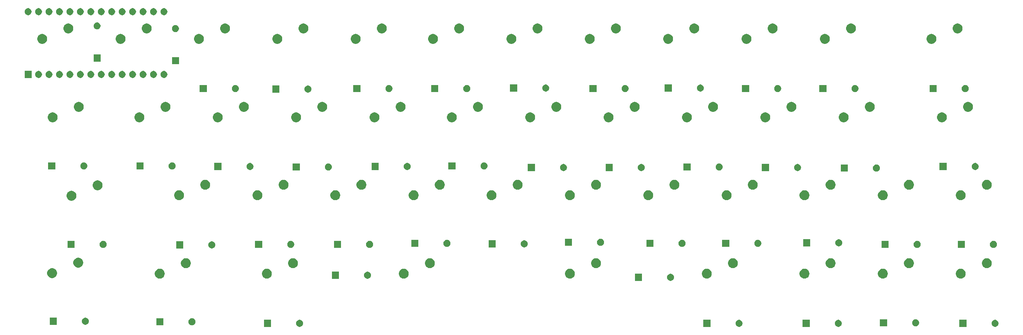
<source format=gbr>
G04 #@! TF.GenerationSoftware,KiCad,Pcbnew,(5.0.1-3-g963ef8bb5)*
G04 #@! TF.CreationDate,2018-12-22T23:57:11-08:00*
G04 #@! TF.ProjectId,snackymini-keyboard,736E61636B796D696E692D6B6579626F,rev?*
G04 #@! TF.SameCoordinates,Original*
G04 #@! TF.FileFunction,Soldermask,Bot*
G04 #@! TF.FilePolarity,Negative*
%FSLAX46Y46*%
G04 Gerber Fmt 4.6, Leading zero omitted, Abs format (unit mm)*
G04 Created by KiCad (PCBNEW (5.0.1-3-g963ef8bb5)) date Saturday, December 22, 2018 at 11:57:11 PM*
%MOMM*%
%LPD*%
G01*
G04 APERTURE LIST*
%ADD10C,0.100000*%
G04 APERTURE END LIST*
D10*
G36*
X318473228Y-128594703D02*
X318628100Y-128658853D01*
X318767481Y-128751985D01*
X318886015Y-128870519D01*
X318979147Y-129009900D01*
X319043297Y-129164772D01*
X319076000Y-129329184D01*
X319076000Y-129496816D01*
X319043297Y-129661228D01*
X318979147Y-129816100D01*
X318886015Y-129955481D01*
X318767481Y-130074015D01*
X318628100Y-130167147D01*
X318473228Y-130231297D01*
X318308816Y-130264000D01*
X318141184Y-130264000D01*
X317976772Y-130231297D01*
X317821900Y-130167147D01*
X317682519Y-130074015D01*
X317563985Y-129955481D01*
X317470853Y-129816100D01*
X317406703Y-129661228D01*
X317374000Y-129496816D01*
X317374000Y-129329184D01*
X317406703Y-129164772D01*
X317470853Y-129009900D01*
X317563985Y-128870519D01*
X317682519Y-128751985D01*
X317821900Y-128658853D01*
X317976772Y-128594703D01*
X318141184Y-128562000D01*
X318308816Y-128562000D01*
X318473228Y-128594703D01*
X318473228Y-128594703D01*
G37*
G36*
X311276000Y-130264000D02*
X309574000Y-130264000D01*
X309574000Y-128562000D01*
X311276000Y-128562000D01*
X311276000Y-130264000D01*
X311276000Y-130264000D01*
G37*
G36*
X280373228Y-128594703D02*
X280528100Y-128658853D01*
X280667481Y-128751985D01*
X280786015Y-128870519D01*
X280879147Y-129009900D01*
X280943297Y-129164772D01*
X280976000Y-129329184D01*
X280976000Y-129496816D01*
X280943297Y-129661228D01*
X280879147Y-129816100D01*
X280786015Y-129955481D01*
X280667481Y-130074015D01*
X280528100Y-130167147D01*
X280373228Y-130231297D01*
X280208816Y-130264000D01*
X280041184Y-130264000D01*
X279876772Y-130231297D01*
X279721900Y-130167147D01*
X279582519Y-130074015D01*
X279463985Y-129955481D01*
X279370853Y-129816100D01*
X279306703Y-129661228D01*
X279274000Y-129496816D01*
X279274000Y-129329184D01*
X279306703Y-129164772D01*
X279370853Y-129009900D01*
X279463985Y-128870519D01*
X279582519Y-128751985D01*
X279721900Y-128658853D01*
X279876772Y-128594703D01*
X280041184Y-128562000D01*
X280208816Y-128562000D01*
X280373228Y-128594703D01*
X280373228Y-128594703D01*
G37*
G36*
X273176000Y-130264000D02*
X271474000Y-130264000D01*
X271474000Y-128562000D01*
X273176000Y-128562000D01*
X273176000Y-130264000D01*
X273176000Y-130264000D01*
G37*
G36*
X256243228Y-128594703D02*
X256398100Y-128658853D01*
X256537481Y-128751985D01*
X256656015Y-128870519D01*
X256749147Y-129009900D01*
X256813297Y-129164772D01*
X256846000Y-129329184D01*
X256846000Y-129496816D01*
X256813297Y-129661228D01*
X256749147Y-129816100D01*
X256656015Y-129955481D01*
X256537481Y-130074015D01*
X256398100Y-130167147D01*
X256243228Y-130231297D01*
X256078816Y-130264000D01*
X255911184Y-130264000D01*
X255746772Y-130231297D01*
X255591900Y-130167147D01*
X255452519Y-130074015D01*
X255333985Y-129955481D01*
X255240853Y-129816100D01*
X255176703Y-129661228D01*
X255144000Y-129496816D01*
X255144000Y-129329184D01*
X255176703Y-129164772D01*
X255240853Y-129009900D01*
X255333985Y-128870519D01*
X255452519Y-128751985D01*
X255591900Y-128658853D01*
X255746772Y-128594703D01*
X255911184Y-128562000D01*
X256078816Y-128562000D01*
X256243228Y-128594703D01*
X256243228Y-128594703D01*
G37*
G36*
X249046000Y-130264000D02*
X247344000Y-130264000D01*
X247344000Y-128562000D01*
X249046000Y-128562000D01*
X249046000Y-130264000D01*
X249046000Y-130264000D01*
G37*
G36*
X149436228Y-128594703D02*
X149591100Y-128658853D01*
X149730481Y-128751985D01*
X149849015Y-128870519D01*
X149942147Y-129009900D01*
X150006297Y-129164772D01*
X150039000Y-129329184D01*
X150039000Y-129496816D01*
X150006297Y-129661228D01*
X149942147Y-129816100D01*
X149849015Y-129955481D01*
X149730481Y-130074015D01*
X149591100Y-130167147D01*
X149436228Y-130231297D01*
X149271816Y-130264000D01*
X149104184Y-130264000D01*
X148939772Y-130231297D01*
X148784900Y-130167147D01*
X148645519Y-130074015D01*
X148526985Y-129955481D01*
X148433853Y-129816100D01*
X148369703Y-129661228D01*
X148337000Y-129496816D01*
X148337000Y-129329184D01*
X148369703Y-129164772D01*
X148433853Y-129009900D01*
X148526985Y-128870519D01*
X148645519Y-128751985D01*
X148784900Y-128658853D01*
X148939772Y-128594703D01*
X149104184Y-128562000D01*
X149271816Y-128562000D01*
X149436228Y-128594703D01*
X149436228Y-128594703D01*
G37*
G36*
X142239000Y-130264000D02*
X140537000Y-130264000D01*
X140537000Y-128562000D01*
X142239000Y-128562000D01*
X142239000Y-130264000D01*
X142239000Y-130264000D01*
G37*
G36*
X291972000Y-130137000D02*
X290270000Y-130137000D01*
X290270000Y-128435000D01*
X291972000Y-128435000D01*
X291972000Y-130137000D01*
X291972000Y-130137000D01*
G37*
G36*
X299169228Y-128467703D02*
X299324100Y-128531853D01*
X299463481Y-128624985D01*
X299582015Y-128743519D01*
X299675147Y-128882900D01*
X299739297Y-129037772D01*
X299772000Y-129202184D01*
X299772000Y-129369816D01*
X299739297Y-129534228D01*
X299675147Y-129689100D01*
X299582015Y-129828481D01*
X299463481Y-129947015D01*
X299324100Y-130040147D01*
X299169228Y-130104297D01*
X299004816Y-130137000D01*
X298837184Y-130137000D01*
X298672772Y-130104297D01*
X298517900Y-130040147D01*
X298378519Y-129947015D01*
X298259985Y-129828481D01*
X298166853Y-129689100D01*
X298102703Y-129534228D01*
X298070000Y-129369816D01*
X298070000Y-129202184D01*
X298102703Y-129037772D01*
X298166853Y-128882900D01*
X298259985Y-128743519D01*
X298378519Y-128624985D01*
X298517900Y-128531853D01*
X298672772Y-128467703D01*
X298837184Y-128435000D01*
X299004816Y-128435000D01*
X299169228Y-128467703D01*
X299169228Y-128467703D01*
G37*
G36*
X116077000Y-129883000D02*
X114375000Y-129883000D01*
X114375000Y-128181000D01*
X116077000Y-128181000D01*
X116077000Y-129883000D01*
X116077000Y-129883000D01*
G37*
G36*
X123274228Y-128213703D02*
X123429100Y-128277853D01*
X123568481Y-128370985D01*
X123687015Y-128489519D01*
X123780147Y-128628900D01*
X123844297Y-128783772D01*
X123877000Y-128948184D01*
X123877000Y-129115816D01*
X123844297Y-129280228D01*
X123780147Y-129435100D01*
X123687015Y-129574481D01*
X123568481Y-129693015D01*
X123429100Y-129786147D01*
X123274228Y-129850297D01*
X123109816Y-129883000D01*
X122942184Y-129883000D01*
X122777772Y-129850297D01*
X122622900Y-129786147D01*
X122483519Y-129693015D01*
X122364985Y-129574481D01*
X122271853Y-129435100D01*
X122207703Y-129280228D01*
X122175000Y-129115816D01*
X122175000Y-128948184D01*
X122207703Y-128783772D01*
X122271853Y-128628900D01*
X122364985Y-128489519D01*
X122483519Y-128370985D01*
X122622900Y-128277853D01*
X122777772Y-128213703D01*
X122942184Y-128181000D01*
X123109816Y-128181000D01*
X123274228Y-128213703D01*
X123274228Y-128213703D01*
G37*
G36*
X90169000Y-129756000D02*
X88467000Y-129756000D01*
X88467000Y-128054000D01*
X90169000Y-128054000D01*
X90169000Y-129756000D01*
X90169000Y-129756000D01*
G37*
G36*
X97366228Y-128086703D02*
X97521100Y-128150853D01*
X97660481Y-128243985D01*
X97779015Y-128362519D01*
X97872147Y-128501900D01*
X97936297Y-128656772D01*
X97969000Y-128821184D01*
X97969000Y-128988816D01*
X97936297Y-129153228D01*
X97872147Y-129308100D01*
X97779015Y-129447481D01*
X97660481Y-129566015D01*
X97521100Y-129659147D01*
X97366228Y-129723297D01*
X97201816Y-129756000D01*
X97034184Y-129756000D01*
X96869772Y-129723297D01*
X96714900Y-129659147D01*
X96575519Y-129566015D01*
X96456985Y-129447481D01*
X96363853Y-129308100D01*
X96299703Y-129153228D01*
X96267000Y-128988816D01*
X96267000Y-128821184D01*
X96299703Y-128656772D01*
X96363853Y-128501900D01*
X96456985Y-128362519D01*
X96575519Y-128243985D01*
X96714900Y-128150853D01*
X96869772Y-128086703D01*
X97034184Y-128054000D01*
X97201816Y-128054000D01*
X97366228Y-128086703D01*
X97366228Y-128086703D01*
G37*
G36*
X232409000Y-119088000D02*
X230707000Y-119088000D01*
X230707000Y-117386000D01*
X232409000Y-117386000D01*
X232409000Y-119088000D01*
X232409000Y-119088000D01*
G37*
G36*
X239606228Y-117418703D02*
X239761100Y-117482853D01*
X239900481Y-117575985D01*
X240019015Y-117694519D01*
X240112147Y-117833900D01*
X240176297Y-117988772D01*
X240209000Y-118153184D01*
X240209000Y-118320816D01*
X240176297Y-118485228D01*
X240112147Y-118640100D01*
X240019015Y-118779481D01*
X239900481Y-118898015D01*
X239761100Y-118991147D01*
X239606228Y-119055297D01*
X239441816Y-119088000D01*
X239274184Y-119088000D01*
X239109772Y-119055297D01*
X238954900Y-118991147D01*
X238815519Y-118898015D01*
X238696985Y-118779481D01*
X238603853Y-118640100D01*
X238539703Y-118485228D01*
X238507000Y-118320816D01*
X238507000Y-118153184D01*
X238539703Y-117988772D01*
X238603853Y-117833900D01*
X238696985Y-117694519D01*
X238815519Y-117575985D01*
X238954900Y-117482853D01*
X239109772Y-117418703D01*
X239274184Y-117386000D01*
X239441816Y-117386000D01*
X239606228Y-117418703D01*
X239606228Y-117418703D01*
G37*
G36*
X165946228Y-116910703D02*
X166101100Y-116974853D01*
X166240481Y-117067985D01*
X166359015Y-117186519D01*
X166452147Y-117325900D01*
X166516297Y-117480772D01*
X166549000Y-117645184D01*
X166549000Y-117812816D01*
X166516297Y-117977228D01*
X166452147Y-118132100D01*
X166359015Y-118271481D01*
X166240481Y-118390015D01*
X166101100Y-118483147D01*
X165946228Y-118547297D01*
X165781816Y-118580000D01*
X165614184Y-118580000D01*
X165449772Y-118547297D01*
X165294900Y-118483147D01*
X165155519Y-118390015D01*
X165036985Y-118271481D01*
X164943853Y-118132100D01*
X164879703Y-117977228D01*
X164847000Y-117812816D01*
X164847000Y-117645184D01*
X164879703Y-117480772D01*
X164943853Y-117325900D01*
X165036985Y-117186519D01*
X165155519Y-117067985D01*
X165294900Y-116974853D01*
X165449772Y-116910703D01*
X165614184Y-116878000D01*
X165781816Y-116878000D01*
X165946228Y-116910703D01*
X165946228Y-116910703D01*
G37*
G36*
X158749000Y-118580000D02*
X157047000Y-118580000D01*
X157047000Y-116878000D01*
X158749000Y-116878000D01*
X158749000Y-118580000D01*
X158749000Y-118580000D01*
G37*
G36*
X310228277Y-116199885D02*
X310445572Y-116289891D01*
X310641131Y-116420560D01*
X310807440Y-116586869D01*
X310938109Y-116782428D01*
X311028115Y-116999723D01*
X311074000Y-117230401D01*
X311074000Y-117465599D01*
X311028115Y-117696277D01*
X310938109Y-117913572D01*
X310807440Y-118109131D01*
X310641131Y-118275440D01*
X310445572Y-118406109D01*
X310259587Y-118483146D01*
X310228277Y-118496115D01*
X309997599Y-118542000D01*
X309762401Y-118542000D01*
X309531723Y-118496115D01*
X309500413Y-118483146D01*
X309314428Y-118406109D01*
X309118869Y-118275440D01*
X308952560Y-118109131D01*
X308821891Y-117913572D01*
X308731885Y-117696277D01*
X308686000Y-117465599D01*
X308686000Y-117230401D01*
X308731885Y-116999723D01*
X308821891Y-116782428D01*
X308952560Y-116586869D01*
X309118869Y-116420560D01*
X309314428Y-116289891D01*
X309531723Y-116199885D01*
X309762401Y-116154000D01*
X309997599Y-116154000D01*
X310228277Y-116199885D01*
X310228277Y-116199885D01*
G37*
G36*
X291305277Y-116199885D02*
X291522572Y-116289891D01*
X291718131Y-116420560D01*
X291884440Y-116586869D01*
X292015109Y-116782428D01*
X292105115Y-116999723D01*
X292151000Y-117230401D01*
X292151000Y-117465599D01*
X292105115Y-117696277D01*
X292015109Y-117913572D01*
X291884440Y-118109131D01*
X291718131Y-118275440D01*
X291522572Y-118406109D01*
X291336587Y-118483146D01*
X291305277Y-118496115D01*
X291074599Y-118542000D01*
X290839401Y-118542000D01*
X290608723Y-118496115D01*
X290577413Y-118483146D01*
X290391428Y-118406109D01*
X290195869Y-118275440D01*
X290029560Y-118109131D01*
X289898891Y-117913572D01*
X289808885Y-117696277D01*
X289763000Y-117465599D01*
X289763000Y-117230401D01*
X289808885Y-116999723D01*
X289898891Y-116782428D01*
X290029560Y-116586869D01*
X290195869Y-116420560D01*
X290391428Y-116289891D01*
X290608723Y-116199885D01*
X290839401Y-116154000D01*
X291074599Y-116154000D01*
X291305277Y-116199885D01*
X291305277Y-116199885D01*
G37*
G36*
X272255277Y-116199885D02*
X272472572Y-116289891D01*
X272668131Y-116420560D01*
X272834440Y-116586869D01*
X272965109Y-116782428D01*
X273055115Y-116999723D01*
X273101000Y-117230401D01*
X273101000Y-117465599D01*
X273055115Y-117696277D01*
X272965109Y-117913572D01*
X272834440Y-118109131D01*
X272668131Y-118275440D01*
X272472572Y-118406109D01*
X272286587Y-118483146D01*
X272255277Y-118496115D01*
X272024599Y-118542000D01*
X271789401Y-118542000D01*
X271558723Y-118496115D01*
X271527413Y-118483146D01*
X271341428Y-118406109D01*
X271145869Y-118275440D01*
X270979560Y-118109131D01*
X270848891Y-117913572D01*
X270758885Y-117696277D01*
X270713000Y-117465599D01*
X270713000Y-117230401D01*
X270758885Y-116999723D01*
X270848891Y-116782428D01*
X270979560Y-116586869D01*
X271145869Y-116420560D01*
X271341428Y-116289891D01*
X271558723Y-116199885D01*
X271789401Y-116154000D01*
X272024599Y-116154000D01*
X272255277Y-116199885D01*
X272255277Y-116199885D01*
G37*
G36*
X115537277Y-116199885D02*
X115754572Y-116289891D01*
X115950131Y-116420560D01*
X116116440Y-116586869D01*
X116247109Y-116782428D01*
X116337115Y-116999723D01*
X116383000Y-117230401D01*
X116383000Y-117465599D01*
X116337115Y-117696277D01*
X116247109Y-117913572D01*
X116116440Y-118109131D01*
X115950131Y-118275440D01*
X115754572Y-118406109D01*
X115537277Y-118496115D01*
X115306599Y-118542000D01*
X115071401Y-118542000D01*
X114840723Y-118496115D01*
X114623428Y-118406109D01*
X114427869Y-118275440D01*
X114261560Y-118109131D01*
X114130891Y-117913572D01*
X114040885Y-117696277D01*
X113995000Y-117465599D01*
X113995000Y-117230401D01*
X114040885Y-116999723D01*
X114130891Y-116782428D01*
X114261560Y-116586869D01*
X114427869Y-116420560D01*
X114623428Y-116289891D01*
X114840723Y-116199885D01*
X115071401Y-116154000D01*
X115306599Y-116154000D01*
X115537277Y-116199885D01*
X115537277Y-116199885D01*
G37*
G36*
X141572277Y-116199885D02*
X141789572Y-116289891D01*
X141985131Y-116420560D01*
X142151440Y-116586869D01*
X142282109Y-116782428D01*
X142372115Y-116999723D01*
X142418000Y-117230401D01*
X142418000Y-117465599D01*
X142372115Y-117696277D01*
X142282109Y-117913572D01*
X142151440Y-118109131D01*
X141985131Y-118275440D01*
X141789572Y-118406109D01*
X141572277Y-118496115D01*
X141341599Y-118542000D01*
X141106401Y-118542000D01*
X140875723Y-118496115D01*
X140658428Y-118406109D01*
X140462869Y-118275440D01*
X140296560Y-118109131D01*
X140165891Y-117913572D01*
X140075885Y-117696277D01*
X140030000Y-117465599D01*
X140030000Y-117230401D01*
X140075885Y-116999723D01*
X140165891Y-116782428D01*
X140296560Y-116586869D01*
X140462869Y-116420560D01*
X140658428Y-116289891D01*
X140875723Y-116199885D01*
X141106401Y-116154000D01*
X141341599Y-116154000D01*
X141572277Y-116199885D01*
X141572277Y-116199885D01*
G37*
G36*
X248506277Y-116199885D02*
X248723572Y-116289891D01*
X248919131Y-116420560D01*
X249085440Y-116586869D01*
X249216109Y-116782428D01*
X249306115Y-116999723D01*
X249352000Y-117230401D01*
X249352000Y-117465599D01*
X249306115Y-117696277D01*
X249216109Y-117913572D01*
X249085440Y-118109131D01*
X248919131Y-118275440D01*
X248723572Y-118406109D01*
X248537587Y-118483146D01*
X248506277Y-118496115D01*
X248275599Y-118542000D01*
X248040401Y-118542000D01*
X247809723Y-118496115D01*
X247778413Y-118483146D01*
X247592428Y-118406109D01*
X247396869Y-118275440D01*
X247230560Y-118109131D01*
X247099891Y-117913572D01*
X247009885Y-117696277D01*
X246964000Y-117465599D01*
X246964000Y-117230401D01*
X247009885Y-116999723D01*
X247099891Y-116782428D01*
X247230560Y-116586869D01*
X247396869Y-116420560D01*
X247592428Y-116289891D01*
X247809723Y-116199885D01*
X248040401Y-116154000D01*
X248275599Y-116154000D01*
X248506277Y-116199885D01*
X248506277Y-116199885D01*
G37*
G36*
X215232277Y-116199885D02*
X215449572Y-116289891D01*
X215645131Y-116420560D01*
X215811440Y-116586869D01*
X215942109Y-116782428D01*
X216032115Y-116999723D01*
X216078000Y-117230401D01*
X216078000Y-117465599D01*
X216032115Y-117696277D01*
X215942109Y-117913572D01*
X215811440Y-118109131D01*
X215645131Y-118275440D01*
X215449572Y-118406109D01*
X215263587Y-118483146D01*
X215232277Y-118496115D01*
X215001599Y-118542000D01*
X214766401Y-118542000D01*
X214535723Y-118496115D01*
X214504413Y-118483146D01*
X214318428Y-118406109D01*
X214122869Y-118275440D01*
X213956560Y-118109131D01*
X213825891Y-117913572D01*
X213735885Y-117696277D01*
X213690000Y-117465599D01*
X213690000Y-117230401D01*
X213735885Y-116999723D01*
X213825891Y-116782428D01*
X213956560Y-116586869D01*
X214122869Y-116420560D01*
X214318428Y-116289891D01*
X214535723Y-116199885D01*
X214766401Y-116154000D01*
X215001599Y-116154000D01*
X215232277Y-116199885D01*
X215232277Y-116199885D01*
G37*
G36*
X174846277Y-116199885D02*
X175063572Y-116289891D01*
X175259131Y-116420560D01*
X175425440Y-116586869D01*
X175556109Y-116782428D01*
X175646115Y-116999723D01*
X175692000Y-117230401D01*
X175692000Y-117465599D01*
X175646115Y-117696277D01*
X175556109Y-117913572D01*
X175425440Y-118109131D01*
X175259131Y-118275440D01*
X175063572Y-118406109D01*
X174846277Y-118496115D01*
X174615599Y-118542000D01*
X174380401Y-118542000D01*
X174149723Y-118496115D01*
X173932428Y-118406109D01*
X173736869Y-118275440D01*
X173570560Y-118109131D01*
X173439891Y-117913572D01*
X173349885Y-117696277D01*
X173304000Y-117465599D01*
X173304000Y-117230401D01*
X173349885Y-116999723D01*
X173439891Y-116782428D01*
X173570560Y-116586869D01*
X173736869Y-116420560D01*
X173932428Y-116289891D01*
X174149723Y-116199885D01*
X174380401Y-116154000D01*
X174615599Y-116154000D01*
X174846277Y-116199885D01*
X174846277Y-116199885D01*
G37*
G36*
X89375277Y-116072885D02*
X89592572Y-116162891D01*
X89788131Y-116293560D01*
X89954440Y-116459869D01*
X90085109Y-116655428D01*
X90175115Y-116872723D01*
X90221000Y-117103401D01*
X90221000Y-117338599D01*
X90175115Y-117569277D01*
X90085109Y-117786572D01*
X89954440Y-117982131D01*
X89788131Y-118148440D01*
X89592572Y-118279109D01*
X89375277Y-118369115D01*
X89144599Y-118415000D01*
X88909401Y-118415000D01*
X88678723Y-118369115D01*
X88461428Y-118279109D01*
X88265869Y-118148440D01*
X88099560Y-117982131D01*
X87968891Y-117786572D01*
X87878885Y-117569277D01*
X87833000Y-117338599D01*
X87833000Y-117103401D01*
X87878885Y-116872723D01*
X87968891Y-116655428D01*
X88099560Y-116459869D01*
X88265869Y-116293560D01*
X88461428Y-116162891D01*
X88678723Y-116072885D01*
X88909401Y-116027000D01*
X89144599Y-116027000D01*
X89375277Y-116072885D01*
X89375277Y-116072885D01*
G37*
G36*
X316578277Y-113659885D02*
X316795572Y-113749891D01*
X316991131Y-113880560D01*
X317157440Y-114046869D01*
X317288109Y-114242428D01*
X317378115Y-114459723D01*
X317424000Y-114690401D01*
X317424000Y-114925599D01*
X317378115Y-115156277D01*
X317288109Y-115373572D01*
X317157440Y-115569131D01*
X316991131Y-115735440D01*
X316795572Y-115866109D01*
X316578277Y-115956115D01*
X316347599Y-116002000D01*
X316112401Y-116002000D01*
X315881723Y-115956115D01*
X315664428Y-115866109D01*
X315468869Y-115735440D01*
X315302560Y-115569131D01*
X315171891Y-115373572D01*
X315081885Y-115156277D01*
X315036000Y-114925599D01*
X315036000Y-114690401D01*
X315081885Y-114459723D01*
X315171891Y-114242428D01*
X315302560Y-114046869D01*
X315468869Y-113880560D01*
X315664428Y-113749891D01*
X315881723Y-113659885D01*
X316112401Y-113614000D01*
X316347599Y-113614000D01*
X316578277Y-113659885D01*
X316578277Y-113659885D01*
G37*
G36*
X121887277Y-113659885D02*
X122104572Y-113749891D01*
X122300131Y-113880560D01*
X122466440Y-114046869D01*
X122597109Y-114242428D01*
X122687115Y-114459723D01*
X122733000Y-114690401D01*
X122733000Y-114925599D01*
X122687115Y-115156277D01*
X122597109Y-115373572D01*
X122466440Y-115569131D01*
X122300131Y-115735440D01*
X122104572Y-115866109D01*
X121887277Y-115956115D01*
X121656599Y-116002000D01*
X121421401Y-116002000D01*
X121190723Y-115956115D01*
X120973428Y-115866109D01*
X120777869Y-115735440D01*
X120611560Y-115569131D01*
X120480891Y-115373572D01*
X120390885Y-115156277D01*
X120345000Y-114925599D01*
X120345000Y-114690401D01*
X120390885Y-114459723D01*
X120480891Y-114242428D01*
X120611560Y-114046869D01*
X120777869Y-113880560D01*
X120973428Y-113749891D01*
X121190723Y-113659885D01*
X121421401Y-113614000D01*
X121656599Y-113614000D01*
X121887277Y-113659885D01*
X121887277Y-113659885D01*
G37*
G36*
X147922277Y-113659885D02*
X148139572Y-113749891D01*
X148335131Y-113880560D01*
X148501440Y-114046869D01*
X148632109Y-114242428D01*
X148722115Y-114459723D01*
X148768000Y-114690401D01*
X148768000Y-114925599D01*
X148722115Y-115156277D01*
X148632109Y-115373572D01*
X148501440Y-115569131D01*
X148335131Y-115735440D01*
X148139572Y-115866109D01*
X147922277Y-115956115D01*
X147691599Y-116002000D01*
X147456401Y-116002000D01*
X147225723Y-115956115D01*
X147008428Y-115866109D01*
X146812869Y-115735440D01*
X146646560Y-115569131D01*
X146515891Y-115373572D01*
X146425885Y-115156277D01*
X146380000Y-114925599D01*
X146380000Y-114690401D01*
X146425885Y-114459723D01*
X146515891Y-114242428D01*
X146646560Y-114046869D01*
X146812869Y-113880560D01*
X147008428Y-113749891D01*
X147225723Y-113659885D01*
X147456401Y-113614000D01*
X147691599Y-113614000D01*
X147922277Y-113659885D01*
X147922277Y-113659885D01*
G37*
G36*
X181196277Y-113659885D02*
X181413572Y-113749891D01*
X181609131Y-113880560D01*
X181775440Y-114046869D01*
X181906109Y-114242428D01*
X181996115Y-114459723D01*
X182042000Y-114690401D01*
X182042000Y-114925599D01*
X181996115Y-115156277D01*
X181906109Y-115373572D01*
X181775440Y-115569131D01*
X181609131Y-115735440D01*
X181413572Y-115866109D01*
X181196277Y-115956115D01*
X180965599Y-116002000D01*
X180730401Y-116002000D01*
X180499723Y-115956115D01*
X180282428Y-115866109D01*
X180086869Y-115735440D01*
X179920560Y-115569131D01*
X179789891Y-115373572D01*
X179699885Y-115156277D01*
X179654000Y-114925599D01*
X179654000Y-114690401D01*
X179699885Y-114459723D01*
X179789891Y-114242428D01*
X179920560Y-114046869D01*
X180086869Y-113880560D01*
X180282428Y-113749891D01*
X180499723Y-113659885D01*
X180730401Y-113614000D01*
X180965599Y-113614000D01*
X181196277Y-113659885D01*
X181196277Y-113659885D01*
G37*
G36*
X221582277Y-113659885D02*
X221799572Y-113749891D01*
X221995131Y-113880560D01*
X222161440Y-114046869D01*
X222292109Y-114242428D01*
X222382115Y-114459723D01*
X222428000Y-114690401D01*
X222428000Y-114925599D01*
X222382115Y-115156277D01*
X222292109Y-115373572D01*
X222161440Y-115569131D01*
X221995131Y-115735440D01*
X221799572Y-115866109D01*
X221582277Y-115956115D01*
X221351599Y-116002000D01*
X221116401Y-116002000D01*
X220885723Y-115956115D01*
X220668428Y-115866109D01*
X220472869Y-115735440D01*
X220306560Y-115569131D01*
X220175891Y-115373572D01*
X220085885Y-115156277D01*
X220040000Y-114925599D01*
X220040000Y-114690401D01*
X220085885Y-114459723D01*
X220175891Y-114242428D01*
X220306560Y-114046869D01*
X220472869Y-113880560D01*
X220668428Y-113749891D01*
X220885723Y-113659885D01*
X221116401Y-113614000D01*
X221351599Y-113614000D01*
X221582277Y-113659885D01*
X221582277Y-113659885D01*
G37*
G36*
X254856277Y-113659885D02*
X255073572Y-113749891D01*
X255269131Y-113880560D01*
X255435440Y-114046869D01*
X255566109Y-114242428D01*
X255656115Y-114459723D01*
X255702000Y-114690401D01*
X255702000Y-114925599D01*
X255656115Y-115156277D01*
X255566109Y-115373572D01*
X255435440Y-115569131D01*
X255269131Y-115735440D01*
X255073572Y-115866109D01*
X254856277Y-115956115D01*
X254625599Y-116002000D01*
X254390401Y-116002000D01*
X254159723Y-115956115D01*
X253942428Y-115866109D01*
X253746869Y-115735440D01*
X253580560Y-115569131D01*
X253449891Y-115373572D01*
X253359885Y-115156277D01*
X253314000Y-114925599D01*
X253314000Y-114690401D01*
X253359885Y-114459723D01*
X253449891Y-114242428D01*
X253580560Y-114046869D01*
X253746869Y-113880560D01*
X253942428Y-113749891D01*
X254159723Y-113659885D01*
X254390401Y-113614000D01*
X254625599Y-113614000D01*
X254856277Y-113659885D01*
X254856277Y-113659885D01*
G37*
G36*
X278605277Y-113659885D02*
X278822572Y-113749891D01*
X279018131Y-113880560D01*
X279184440Y-114046869D01*
X279315109Y-114242428D01*
X279405115Y-114459723D01*
X279451000Y-114690401D01*
X279451000Y-114925599D01*
X279405115Y-115156277D01*
X279315109Y-115373572D01*
X279184440Y-115569131D01*
X279018131Y-115735440D01*
X278822572Y-115866109D01*
X278605277Y-115956115D01*
X278374599Y-116002000D01*
X278139401Y-116002000D01*
X277908723Y-115956115D01*
X277691428Y-115866109D01*
X277495869Y-115735440D01*
X277329560Y-115569131D01*
X277198891Y-115373572D01*
X277108885Y-115156277D01*
X277063000Y-114925599D01*
X277063000Y-114690401D01*
X277108885Y-114459723D01*
X277198891Y-114242428D01*
X277329560Y-114046869D01*
X277495869Y-113880560D01*
X277691428Y-113749891D01*
X277908723Y-113659885D01*
X278139401Y-113614000D01*
X278374599Y-113614000D01*
X278605277Y-113659885D01*
X278605277Y-113659885D01*
G37*
G36*
X297655277Y-113659885D02*
X297872572Y-113749891D01*
X298068131Y-113880560D01*
X298234440Y-114046869D01*
X298365109Y-114242428D01*
X298455115Y-114459723D01*
X298501000Y-114690401D01*
X298501000Y-114925599D01*
X298455115Y-115156277D01*
X298365109Y-115373572D01*
X298234440Y-115569131D01*
X298068131Y-115735440D01*
X297872572Y-115866109D01*
X297655277Y-115956115D01*
X297424599Y-116002000D01*
X297189401Y-116002000D01*
X296958723Y-115956115D01*
X296741428Y-115866109D01*
X296545869Y-115735440D01*
X296379560Y-115569131D01*
X296248891Y-115373572D01*
X296158885Y-115156277D01*
X296113000Y-114925599D01*
X296113000Y-114690401D01*
X296158885Y-114459723D01*
X296248891Y-114242428D01*
X296379560Y-114046869D01*
X296545869Y-113880560D01*
X296741428Y-113749891D01*
X296958723Y-113659885D01*
X297189401Y-113614000D01*
X297424599Y-113614000D01*
X297655277Y-113659885D01*
X297655277Y-113659885D01*
G37*
G36*
X95725277Y-113532885D02*
X95942572Y-113622891D01*
X96138131Y-113753560D01*
X96304440Y-113919869D01*
X96435109Y-114115428D01*
X96525115Y-114332723D01*
X96571000Y-114563401D01*
X96571000Y-114798599D01*
X96525115Y-115029277D01*
X96435109Y-115246572D01*
X96304440Y-115442131D01*
X96138131Y-115608440D01*
X95942572Y-115739109D01*
X95725277Y-115829115D01*
X95494599Y-115875000D01*
X95259401Y-115875000D01*
X95028723Y-115829115D01*
X94811428Y-115739109D01*
X94615869Y-115608440D01*
X94449560Y-115442131D01*
X94318891Y-115246572D01*
X94228885Y-115029277D01*
X94183000Y-114798599D01*
X94183000Y-114563401D01*
X94228885Y-114332723D01*
X94318891Y-114115428D01*
X94449560Y-113919869D01*
X94615869Y-113753560D01*
X94811428Y-113622891D01*
X95028723Y-113532885D01*
X95259401Y-113487000D01*
X95494599Y-113487000D01*
X95725277Y-113532885D01*
X95725277Y-113532885D01*
G37*
G36*
X120903000Y-111214000D02*
X119201000Y-111214000D01*
X119201000Y-109512000D01*
X120903000Y-109512000D01*
X120903000Y-111214000D01*
X120903000Y-111214000D01*
G37*
G36*
X128100228Y-109544703D02*
X128255100Y-109608853D01*
X128394481Y-109701985D01*
X128513015Y-109820519D01*
X128606147Y-109959900D01*
X128670297Y-110114772D01*
X128703000Y-110279184D01*
X128703000Y-110446816D01*
X128670297Y-110611228D01*
X128606147Y-110766100D01*
X128513015Y-110905481D01*
X128394481Y-111024015D01*
X128255100Y-111117147D01*
X128100228Y-111181297D01*
X127935816Y-111214000D01*
X127768184Y-111214000D01*
X127603772Y-111181297D01*
X127448900Y-111117147D01*
X127309519Y-111024015D01*
X127190985Y-110905481D01*
X127097853Y-110766100D01*
X127033703Y-110611228D01*
X127001000Y-110446816D01*
X127001000Y-110279184D01*
X127033703Y-110114772D01*
X127097853Y-109959900D01*
X127190985Y-109820519D01*
X127309519Y-109701985D01*
X127448900Y-109608853D01*
X127603772Y-109544703D01*
X127768184Y-109512000D01*
X127935816Y-109512000D01*
X128100228Y-109544703D01*
X128100228Y-109544703D01*
G37*
G36*
X101684228Y-109417703D02*
X101839100Y-109481853D01*
X101978481Y-109574985D01*
X102097015Y-109693519D01*
X102190147Y-109832900D01*
X102254297Y-109987772D01*
X102287000Y-110152184D01*
X102287000Y-110319816D01*
X102254297Y-110484228D01*
X102190147Y-110639100D01*
X102097015Y-110778481D01*
X101978481Y-110897015D01*
X101839100Y-110990147D01*
X101684228Y-111054297D01*
X101519816Y-111087000D01*
X101352184Y-111087000D01*
X101187772Y-111054297D01*
X101032900Y-110990147D01*
X100893519Y-110897015D01*
X100774985Y-110778481D01*
X100681853Y-110639100D01*
X100617703Y-110484228D01*
X100585000Y-110319816D01*
X100585000Y-110152184D01*
X100617703Y-109987772D01*
X100681853Y-109832900D01*
X100774985Y-109693519D01*
X100893519Y-109574985D01*
X101032900Y-109481853D01*
X101187772Y-109417703D01*
X101352184Y-109385000D01*
X101519816Y-109385000D01*
X101684228Y-109417703D01*
X101684228Y-109417703D01*
G37*
G36*
X94487000Y-111087000D02*
X92785000Y-111087000D01*
X92785000Y-109385000D01*
X94487000Y-109385000D01*
X94487000Y-111087000D01*
X94487000Y-111087000D01*
G37*
G36*
X310895000Y-111087000D02*
X309193000Y-111087000D01*
X309193000Y-109385000D01*
X310895000Y-109385000D01*
X310895000Y-111087000D01*
X310895000Y-111087000D01*
G37*
G36*
X292353000Y-111087000D02*
X290651000Y-111087000D01*
X290651000Y-109385000D01*
X292353000Y-109385000D01*
X292353000Y-111087000D01*
X292353000Y-111087000D01*
G37*
G36*
X140080000Y-111087000D02*
X138378000Y-111087000D01*
X138378000Y-109385000D01*
X140080000Y-109385000D01*
X140080000Y-111087000D01*
X140080000Y-111087000D01*
G37*
G36*
X147277228Y-109417703D02*
X147432100Y-109481853D01*
X147571481Y-109574985D01*
X147690015Y-109693519D01*
X147783147Y-109832900D01*
X147847297Y-109987772D01*
X147880000Y-110152184D01*
X147880000Y-110319816D01*
X147847297Y-110484228D01*
X147783147Y-110639100D01*
X147690015Y-110778481D01*
X147571481Y-110897015D01*
X147432100Y-110990147D01*
X147277228Y-111054297D01*
X147112816Y-111087000D01*
X146945184Y-111087000D01*
X146780772Y-111054297D01*
X146625900Y-110990147D01*
X146486519Y-110897015D01*
X146367985Y-110778481D01*
X146274853Y-110639100D01*
X146210703Y-110484228D01*
X146178000Y-110319816D01*
X146178000Y-110152184D01*
X146210703Y-109987772D01*
X146274853Y-109832900D01*
X146367985Y-109693519D01*
X146486519Y-109574985D01*
X146625900Y-109481853D01*
X146780772Y-109417703D01*
X146945184Y-109385000D01*
X147112816Y-109385000D01*
X147277228Y-109417703D01*
X147277228Y-109417703D01*
G37*
G36*
X159257000Y-111087000D02*
X157555000Y-111087000D01*
X157555000Y-109385000D01*
X159257000Y-109385000D01*
X159257000Y-111087000D01*
X159257000Y-111087000D01*
G37*
G36*
X166454228Y-109417703D02*
X166609100Y-109481853D01*
X166748481Y-109574985D01*
X166867015Y-109693519D01*
X166960147Y-109832900D01*
X167024297Y-109987772D01*
X167057000Y-110152184D01*
X167057000Y-110319816D01*
X167024297Y-110484228D01*
X166960147Y-110639100D01*
X166867015Y-110778481D01*
X166748481Y-110897015D01*
X166609100Y-110990147D01*
X166454228Y-111054297D01*
X166289816Y-111087000D01*
X166122184Y-111087000D01*
X165957772Y-111054297D01*
X165802900Y-110990147D01*
X165663519Y-110897015D01*
X165544985Y-110778481D01*
X165451853Y-110639100D01*
X165387703Y-110484228D01*
X165355000Y-110319816D01*
X165355000Y-110152184D01*
X165387703Y-109987772D01*
X165451853Y-109832900D01*
X165544985Y-109693519D01*
X165663519Y-109574985D01*
X165802900Y-109481853D01*
X165957772Y-109417703D01*
X166122184Y-109385000D01*
X166289816Y-109385000D01*
X166454228Y-109417703D01*
X166454228Y-109417703D01*
G37*
G36*
X318092228Y-109417703D02*
X318247100Y-109481853D01*
X318386481Y-109574985D01*
X318505015Y-109693519D01*
X318598147Y-109832900D01*
X318662297Y-109987772D01*
X318695000Y-110152184D01*
X318695000Y-110319816D01*
X318662297Y-110484228D01*
X318598147Y-110639100D01*
X318505015Y-110778481D01*
X318386481Y-110897015D01*
X318247100Y-110990147D01*
X318092228Y-111054297D01*
X317927816Y-111087000D01*
X317760184Y-111087000D01*
X317595772Y-111054297D01*
X317440900Y-110990147D01*
X317301519Y-110897015D01*
X317182985Y-110778481D01*
X317089853Y-110639100D01*
X317025703Y-110484228D01*
X316993000Y-110319816D01*
X316993000Y-110152184D01*
X317025703Y-109987772D01*
X317089853Y-109832900D01*
X317182985Y-109693519D01*
X317301519Y-109574985D01*
X317440900Y-109481853D01*
X317595772Y-109417703D01*
X317760184Y-109385000D01*
X317927816Y-109385000D01*
X318092228Y-109417703D01*
X318092228Y-109417703D01*
G37*
G36*
X299550228Y-109417703D02*
X299705100Y-109481853D01*
X299844481Y-109574985D01*
X299963015Y-109693519D01*
X300056147Y-109832900D01*
X300120297Y-109987772D01*
X300153000Y-110152184D01*
X300153000Y-110319816D01*
X300120297Y-110484228D01*
X300056147Y-110639100D01*
X299963015Y-110778481D01*
X299844481Y-110897015D01*
X299705100Y-110990147D01*
X299550228Y-111054297D01*
X299385816Y-111087000D01*
X299218184Y-111087000D01*
X299053772Y-111054297D01*
X298898900Y-110990147D01*
X298759519Y-110897015D01*
X298640985Y-110778481D01*
X298547853Y-110639100D01*
X298483703Y-110484228D01*
X298451000Y-110319816D01*
X298451000Y-110152184D01*
X298483703Y-109987772D01*
X298547853Y-109832900D01*
X298640985Y-109693519D01*
X298759519Y-109574985D01*
X298898900Y-109481853D01*
X299053772Y-109417703D01*
X299218184Y-109385000D01*
X299385816Y-109385000D01*
X299550228Y-109417703D01*
X299550228Y-109417703D01*
G37*
G36*
X196849000Y-110960000D02*
X195147000Y-110960000D01*
X195147000Y-109258000D01*
X196849000Y-109258000D01*
X196849000Y-110960000D01*
X196849000Y-110960000D01*
G37*
G36*
X204046228Y-109290703D02*
X204201100Y-109354853D01*
X204340481Y-109447985D01*
X204459015Y-109566519D01*
X204552147Y-109705900D01*
X204616297Y-109860772D01*
X204649000Y-110025184D01*
X204649000Y-110192816D01*
X204616297Y-110357228D01*
X204552147Y-110512100D01*
X204459015Y-110651481D01*
X204340481Y-110770015D01*
X204201100Y-110863147D01*
X204046228Y-110927297D01*
X203881816Y-110960000D01*
X203714184Y-110960000D01*
X203549772Y-110927297D01*
X203394900Y-110863147D01*
X203255519Y-110770015D01*
X203136985Y-110651481D01*
X203043853Y-110512100D01*
X202979703Y-110357228D01*
X202947000Y-110192816D01*
X202947000Y-110025184D01*
X202979703Y-109860772D01*
X203043853Y-109705900D01*
X203136985Y-109566519D01*
X203255519Y-109447985D01*
X203394900Y-109354853D01*
X203549772Y-109290703D01*
X203714184Y-109258000D01*
X203881816Y-109258000D01*
X204046228Y-109290703D01*
X204046228Y-109290703D01*
G37*
G36*
X242400228Y-109163703D02*
X242555100Y-109227853D01*
X242694481Y-109320985D01*
X242813015Y-109439519D01*
X242906147Y-109578900D01*
X242970297Y-109733772D01*
X243003000Y-109898184D01*
X243003000Y-110065816D01*
X242970297Y-110230228D01*
X242906147Y-110385100D01*
X242813015Y-110524481D01*
X242694481Y-110643015D01*
X242555100Y-110736147D01*
X242400228Y-110800297D01*
X242235816Y-110833000D01*
X242068184Y-110833000D01*
X241903772Y-110800297D01*
X241748900Y-110736147D01*
X241609519Y-110643015D01*
X241490985Y-110524481D01*
X241397853Y-110385100D01*
X241333703Y-110230228D01*
X241301000Y-110065816D01*
X241301000Y-109898184D01*
X241333703Y-109733772D01*
X241397853Y-109578900D01*
X241490985Y-109439519D01*
X241609519Y-109320985D01*
X241748900Y-109227853D01*
X241903772Y-109163703D01*
X242068184Y-109131000D01*
X242235816Y-109131000D01*
X242400228Y-109163703D01*
X242400228Y-109163703D01*
G37*
G36*
X253618000Y-110833000D02*
X251916000Y-110833000D01*
X251916000Y-109131000D01*
X253618000Y-109131000D01*
X253618000Y-110833000D01*
X253618000Y-110833000D01*
G37*
G36*
X260815228Y-109163703D02*
X260970100Y-109227853D01*
X261109481Y-109320985D01*
X261228015Y-109439519D01*
X261321147Y-109578900D01*
X261385297Y-109733772D01*
X261418000Y-109898184D01*
X261418000Y-110065816D01*
X261385297Y-110230228D01*
X261321147Y-110385100D01*
X261228015Y-110524481D01*
X261109481Y-110643015D01*
X260970100Y-110736147D01*
X260815228Y-110800297D01*
X260650816Y-110833000D01*
X260483184Y-110833000D01*
X260318772Y-110800297D01*
X260163900Y-110736147D01*
X260024519Y-110643015D01*
X259905985Y-110524481D01*
X259812853Y-110385100D01*
X259748703Y-110230228D01*
X259716000Y-110065816D01*
X259716000Y-109898184D01*
X259748703Y-109733772D01*
X259812853Y-109578900D01*
X259905985Y-109439519D01*
X260024519Y-109320985D01*
X260163900Y-109227853D01*
X260318772Y-109163703D01*
X260483184Y-109131000D01*
X260650816Y-109131000D01*
X260815228Y-109163703D01*
X260815228Y-109163703D01*
G37*
G36*
X235203000Y-110833000D02*
X233501000Y-110833000D01*
X233501000Y-109131000D01*
X235203000Y-109131000D01*
X235203000Y-110833000D01*
X235203000Y-110833000D01*
G37*
G36*
X185250228Y-109163703D02*
X185405100Y-109227853D01*
X185544481Y-109320985D01*
X185663015Y-109439519D01*
X185756147Y-109578900D01*
X185820297Y-109733772D01*
X185853000Y-109898184D01*
X185853000Y-110065816D01*
X185820297Y-110230228D01*
X185756147Y-110385100D01*
X185663015Y-110524481D01*
X185544481Y-110643015D01*
X185405100Y-110736147D01*
X185250228Y-110800297D01*
X185085816Y-110833000D01*
X184918184Y-110833000D01*
X184753772Y-110800297D01*
X184598900Y-110736147D01*
X184459519Y-110643015D01*
X184340985Y-110524481D01*
X184247853Y-110385100D01*
X184183703Y-110230228D01*
X184151000Y-110065816D01*
X184151000Y-109898184D01*
X184183703Y-109733772D01*
X184247853Y-109578900D01*
X184340985Y-109439519D01*
X184459519Y-109320985D01*
X184598900Y-109227853D01*
X184753772Y-109163703D01*
X184918184Y-109131000D01*
X185085816Y-109131000D01*
X185250228Y-109163703D01*
X185250228Y-109163703D01*
G37*
G36*
X178053000Y-110833000D02*
X176351000Y-110833000D01*
X176351000Y-109131000D01*
X178053000Y-109131000D01*
X178053000Y-110833000D01*
X178053000Y-110833000D01*
G37*
G36*
X280500228Y-109036703D02*
X280655100Y-109100853D01*
X280794481Y-109193985D01*
X280913015Y-109312519D01*
X281006147Y-109451900D01*
X281070297Y-109606772D01*
X281103000Y-109771184D01*
X281103000Y-109938816D01*
X281070297Y-110103228D01*
X281006147Y-110258100D01*
X280913015Y-110397481D01*
X280794481Y-110516015D01*
X280655100Y-110609147D01*
X280500228Y-110673297D01*
X280335816Y-110706000D01*
X280168184Y-110706000D01*
X280003772Y-110673297D01*
X279848900Y-110609147D01*
X279709519Y-110516015D01*
X279590985Y-110397481D01*
X279497853Y-110258100D01*
X279433703Y-110103228D01*
X279401000Y-109938816D01*
X279401000Y-109771184D01*
X279433703Y-109606772D01*
X279497853Y-109451900D01*
X279590985Y-109312519D01*
X279709519Y-109193985D01*
X279848900Y-109100853D01*
X280003772Y-109036703D01*
X280168184Y-109004000D01*
X280335816Y-109004000D01*
X280500228Y-109036703D01*
X280500228Y-109036703D01*
G37*
G36*
X273303000Y-110706000D02*
X271601000Y-110706000D01*
X271601000Y-109004000D01*
X273303000Y-109004000D01*
X273303000Y-110706000D01*
X273303000Y-110706000D01*
G37*
G36*
X222588228Y-108909703D02*
X222743100Y-108973853D01*
X222882481Y-109066985D01*
X223001015Y-109185519D01*
X223094147Y-109324900D01*
X223158297Y-109479772D01*
X223191000Y-109644184D01*
X223191000Y-109811816D01*
X223158297Y-109976228D01*
X223094147Y-110131100D01*
X223001015Y-110270481D01*
X222882481Y-110389015D01*
X222743100Y-110482147D01*
X222588228Y-110546297D01*
X222423816Y-110579000D01*
X222256184Y-110579000D01*
X222091772Y-110546297D01*
X221936900Y-110482147D01*
X221797519Y-110389015D01*
X221678985Y-110270481D01*
X221585853Y-110131100D01*
X221521703Y-109976228D01*
X221489000Y-109811816D01*
X221489000Y-109644184D01*
X221521703Y-109479772D01*
X221585853Y-109324900D01*
X221678985Y-109185519D01*
X221797519Y-109066985D01*
X221936900Y-108973853D01*
X222091772Y-108909703D01*
X222256184Y-108877000D01*
X222423816Y-108877000D01*
X222588228Y-108909703D01*
X222588228Y-108909703D01*
G37*
G36*
X215391000Y-110579000D02*
X213689000Y-110579000D01*
X213689000Y-108877000D01*
X215391000Y-108877000D01*
X215391000Y-110579000D01*
X215391000Y-110579000D01*
G37*
G36*
X94074277Y-97276885D02*
X94291572Y-97366891D01*
X94487131Y-97497560D01*
X94653440Y-97663869D01*
X94784109Y-97859428D01*
X94874115Y-98076723D01*
X94920000Y-98307401D01*
X94920000Y-98542599D01*
X94874115Y-98773277D01*
X94784109Y-98990572D01*
X94653440Y-99186131D01*
X94487131Y-99352440D01*
X94291572Y-99483109D01*
X94074277Y-99573115D01*
X93843599Y-99619000D01*
X93608401Y-99619000D01*
X93377723Y-99573115D01*
X93160428Y-99483109D01*
X92964869Y-99352440D01*
X92798560Y-99186131D01*
X92667891Y-98990572D01*
X92577885Y-98773277D01*
X92532000Y-98542599D01*
X92532000Y-98307401D01*
X92577885Y-98076723D01*
X92667891Y-97859428D01*
X92798560Y-97663869D01*
X92964869Y-97497560D01*
X93160428Y-97366891D01*
X93377723Y-97276885D01*
X93608401Y-97231000D01*
X93843599Y-97231000D01*
X94074277Y-97276885D01*
X94074277Y-97276885D01*
G37*
G36*
X310228277Y-97149885D02*
X310445572Y-97239891D01*
X310641131Y-97370560D01*
X310807440Y-97536869D01*
X310938109Y-97732428D01*
X311028115Y-97949723D01*
X311074000Y-98180401D01*
X311074000Y-98415599D01*
X311028115Y-98646277D01*
X310938109Y-98863572D01*
X310807440Y-99059131D01*
X310641131Y-99225440D01*
X310445572Y-99356109D01*
X310228277Y-99446115D01*
X309997599Y-99492000D01*
X309762401Y-99492000D01*
X309531723Y-99446115D01*
X309314428Y-99356109D01*
X309118869Y-99225440D01*
X308952560Y-99059131D01*
X308821891Y-98863572D01*
X308731885Y-98646277D01*
X308686000Y-98415599D01*
X308686000Y-98180401D01*
X308731885Y-97949723D01*
X308821891Y-97732428D01*
X308952560Y-97536869D01*
X309118869Y-97370560D01*
X309314428Y-97239891D01*
X309531723Y-97149885D01*
X309762401Y-97104000D01*
X309997599Y-97104000D01*
X310228277Y-97149885D01*
X310228277Y-97149885D01*
G37*
G36*
X291305277Y-97149885D02*
X291522572Y-97239891D01*
X291718131Y-97370560D01*
X291884440Y-97536869D01*
X292015109Y-97732428D01*
X292105115Y-97949723D01*
X292151000Y-98180401D01*
X292151000Y-98415599D01*
X292105115Y-98646277D01*
X292015109Y-98863572D01*
X291884440Y-99059131D01*
X291718131Y-99225440D01*
X291522572Y-99356109D01*
X291305277Y-99446115D01*
X291074599Y-99492000D01*
X290839401Y-99492000D01*
X290608723Y-99446115D01*
X290391428Y-99356109D01*
X290195869Y-99225440D01*
X290029560Y-99059131D01*
X289898891Y-98863572D01*
X289808885Y-98646277D01*
X289763000Y-98415599D01*
X289763000Y-98180401D01*
X289808885Y-97949723D01*
X289898891Y-97732428D01*
X290029560Y-97536869D01*
X290195869Y-97370560D01*
X290391428Y-97239891D01*
X290608723Y-97149885D01*
X290839401Y-97104000D01*
X291074599Y-97104000D01*
X291305277Y-97149885D01*
X291305277Y-97149885D01*
G37*
G36*
X272255277Y-97149885D02*
X272472572Y-97239891D01*
X272668131Y-97370560D01*
X272834440Y-97536869D01*
X272965109Y-97732428D01*
X273055115Y-97949723D01*
X273101000Y-98180401D01*
X273101000Y-98415599D01*
X273055115Y-98646277D01*
X272965109Y-98863572D01*
X272834440Y-99059131D01*
X272668131Y-99225440D01*
X272472572Y-99356109D01*
X272255277Y-99446115D01*
X272024599Y-99492000D01*
X271789401Y-99492000D01*
X271558723Y-99446115D01*
X271341428Y-99356109D01*
X271145869Y-99225440D01*
X270979560Y-99059131D01*
X270848891Y-98863572D01*
X270758885Y-98646277D01*
X270713000Y-98415599D01*
X270713000Y-98180401D01*
X270758885Y-97949723D01*
X270848891Y-97732428D01*
X270979560Y-97536869D01*
X271145869Y-97370560D01*
X271341428Y-97239891D01*
X271558723Y-97149885D01*
X271789401Y-97104000D01*
X272024599Y-97104000D01*
X272255277Y-97149885D01*
X272255277Y-97149885D01*
G37*
G36*
X253332277Y-97149885D02*
X253549572Y-97239891D01*
X253745131Y-97370560D01*
X253911440Y-97536869D01*
X254042109Y-97732428D01*
X254132115Y-97949723D01*
X254178000Y-98180401D01*
X254178000Y-98415599D01*
X254132115Y-98646277D01*
X254042109Y-98863572D01*
X253911440Y-99059131D01*
X253745131Y-99225440D01*
X253549572Y-99356109D01*
X253332277Y-99446115D01*
X253101599Y-99492000D01*
X252866401Y-99492000D01*
X252635723Y-99446115D01*
X252418428Y-99356109D01*
X252222869Y-99225440D01*
X252056560Y-99059131D01*
X251925891Y-98863572D01*
X251835885Y-98646277D01*
X251790000Y-98415599D01*
X251790000Y-98180401D01*
X251835885Y-97949723D01*
X251925891Y-97732428D01*
X252056560Y-97536869D01*
X252222869Y-97370560D01*
X252418428Y-97239891D01*
X252635723Y-97149885D01*
X252866401Y-97104000D01*
X253101599Y-97104000D01*
X253332277Y-97149885D01*
X253332277Y-97149885D01*
G37*
G36*
X234282277Y-97149885D02*
X234499572Y-97239891D01*
X234695131Y-97370560D01*
X234861440Y-97536869D01*
X234992109Y-97732428D01*
X235082115Y-97949723D01*
X235128000Y-98180401D01*
X235128000Y-98415599D01*
X235082115Y-98646277D01*
X234992109Y-98863572D01*
X234861440Y-99059131D01*
X234695131Y-99225440D01*
X234499572Y-99356109D01*
X234282277Y-99446115D01*
X234051599Y-99492000D01*
X233816401Y-99492000D01*
X233585723Y-99446115D01*
X233368428Y-99356109D01*
X233172869Y-99225440D01*
X233006560Y-99059131D01*
X232875891Y-98863572D01*
X232785885Y-98646277D01*
X232740000Y-98415599D01*
X232740000Y-98180401D01*
X232785885Y-97949723D01*
X232875891Y-97732428D01*
X233006560Y-97536869D01*
X233172869Y-97370560D01*
X233368428Y-97239891D01*
X233585723Y-97149885D01*
X233816401Y-97104000D01*
X234051599Y-97104000D01*
X234282277Y-97149885D01*
X234282277Y-97149885D01*
G37*
G36*
X215232277Y-97149885D02*
X215449572Y-97239891D01*
X215645131Y-97370560D01*
X215811440Y-97536869D01*
X215942109Y-97732428D01*
X216032115Y-97949723D01*
X216078000Y-98180401D01*
X216078000Y-98415599D01*
X216032115Y-98646277D01*
X215942109Y-98863572D01*
X215811440Y-99059131D01*
X215645131Y-99225440D01*
X215449572Y-99356109D01*
X215232277Y-99446115D01*
X215001599Y-99492000D01*
X214766401Y-99492000D01*
X214535723Y-99446115D01*
X214318428Y-99356109D01*
X214122869Y-99225440D01*
X213956560Y-99059131D01*
X213825891Y-98863572D01*
X213735885Y-98646277D01*
X213690000Y-98415599D01*
X213690000Y-98180401D01*
X213735885Y-97949723D01*
X213825891Y-97732428D01*
X213956560Y-97536869D01*
X214122869Y-97370560D01*
X214318428Y-97239891D01*
X214535723Y-97149885D01*
X214766401Y-97104000D01*
X215001599Y-97104000D01*
X215232277Y-97149885D01*
X215232277Y-97149885D01*
G37*
G36*
X196182277Y-97149885D02*
X196399572Y-97239891D01*
X196595131Y-97370560D01*
X196761440Y-97536869D01*
X196892109Y-97732428D01*
X196982115Y-97949723D01*
X197028000Y-98180401D01*
X197028000Y-98415599D01*
X196982115Y-98646277D01*
X196892109Y-98863572D01*
X196761440Y-99059131D01*
X196595131Y-99225440D01*
X196399572Y-99356109D01*
X196182277Y-99446115D01*
X195951599Y-99492000D01*
X195716401Y-99492000D01*
X195485723Y-99446115D01*
X195268428Y-99356109D01*
X195072869Y-99225440D01*
X194906560Y-99059131D01*
X194775891Y-98863572D01*
X194685885Y-98646277D01*
X194640000Y-98415599D01*
X194640000Y-98180401D01*
X194685885Y-97949723D01*
X194775891Y-97732428D01*
X194906560Y-97536869D01*
X195072869Y-97370560D01*
X195268428Y-97239891D01*
X195485723Y-97149885D01*
X195716401Y-97104000D01*
X195951599Y-97104000D01*
X196182277Y-97149885D01*
X196182277Y-97149885D01*
G37*
G36*
X177259277Y-97149885D02*
X177476572Y-97239891D01*
X177672131Y-97370560D01*
X177838440Y-97536869D01*
X177969109Y-97732428D01*
X178059115Y-97949723D01*
X178105000Y-98180401D01*
X178105000Y-98415599D01*
X178059115Y-98646277D01*
X177969109Y-98863572D01*
X177838440Y-99059131D01*
X177672131Y-99225440D01*
X177476572Y-99356109D01*
X177259277Y-99446115D01*
X177028599Y-99492000D01*
X176793401Y-99492000D01*
X176562723Y-99446115D01*
X176345428Y-99356109D01*
X176149869Y-99225440D01*
X175983560Y-99059131D01*
X175852891Y-98863572D01*
X175762885Y-98646277D01*
X175717000Y-98415599D01*
X175717000Y-98180401D01*
X175762885Y-97949723D01*
X175852891Y-97732428D01*
X175983560Y-97536869D01*
X176149869Y-97370560D01*
X176345428Y-97239891D01*
X176562723Y-97149885D01*
X176793401Y-97104000D01*
X177028599Y-97104000D01*
X177259277Y-97149885D01*
X177259277Y-97149885D01*
G37*
G36*
X158209277Y-97149885D02*
X158426572Y-97239891D01*
X158622131Y-97370560D01*
X158788440Y-97536869D01*
X158919109Y-97732428D01*
X159009115Y-97949723D01*
X159055000Y-98180401D01*
X159055000Y-98415599D01*
X159009115Y-98646277D01*
X158919109Y-98863572D01*
X158788440Y-99059131D01*
X158622131Y-99225440D01*
X158426572Y-99356109D01*
X158209277Y-99446115D01*
X157978599Y-99492000D01*
X157743401Y-99492000D01*
X157512723Y-99446115D01*
X157295428Y-99356109D01*
X157099869Y-99225440D01*
X156933560Y-99059131D01*
X156802891Y-98863572D01*
X156712885Y-98646277D01*
X156667000Y-98415599D01*
X156667000Y-98180401D01*
X156712885Y-97949723D01*
X156802891Y-97732428D01*
X156933560Y-97536869D01*
X157099869Y-97370560D01*
X157295428Y-97239891D01*
X157512723Y-97149885D01*
X157743401Y-97104000D01*
X157978599Y-97104000D01*
X158209277Y-97149885D01*
X158209277Y-97149885D01*
G37*
G36*
X139286277Y-97149885D02*
X139503572Y-97239891D01*
X139699131Y-97370560D01*
X139865440Y-97536869D01*
X139996109Y-97732428D01*
X140086115Y-97949723D01*
X140132000Y-98180401D01*
X140132000Y-98415599D01*
X140086115Y-98646277D01*
X139996109Y-98863572D01*
X139865440Y-99059131D01*
X139699131Y-99225440D01*
X139503572Y-99356109D01*
X139286277Y-99446115D01*
X139055599Y-99492000D01*
X138820401Y-99492000D01*
X138589723Y-99446115D01*
X138372428Y-99356109D01*
X138176869Y-99225440D01*
X138010560Y-99059131D01*
X137879891Y-98863572D01*
X137789885Y-98646277D01*
X137744000Y-98415599D01*
X137744000Y-98180401D01*
X137789885Y-97949723D01*
X137879891Y-97732428D01*
X138010560Y-97536869D01*
X138176869Y-97370560D01*
X138372428Y-97239891D01*
X138589723Y-97149885D01*
X138820401Y-97104000D01*
X139055599Y-97104000D01*
X139286277Y-97149885D01*
X139286277Y-97149885D01*
G37*
G36*
X120236277Y-97149885D02*
X120453572Y-97239891D01*
X120649131Y-97370560D01*
X120815440Y-97536869D01*
X120946109Y-97732428D01*
X121036115Y-97949723D01*
X121082000Y-98180401D01*
X121082000Y-98415599D01*
X121036115Y-98646277D01*
X120946109Y-98863572D01*
X120815440Y-99059131D01*
X120649131Y-99225440D01*
X120453572Y-99356109D01*
X120236277Y-99446115D01*
X120005599Y-99492000D01*
X119770401Y-99492000D01*
X119539723Y-99446115D01*
X119322428Y-99356109D01*
X119126869Y-99225440D01*
X118960560Y-99059131D01*
X118829891Y-98863572D01*
X118739885Y-98646277D01*
X118694000Y-98415599D01*
X118694000Y-98180401D01*
X118739885Y-97949723D01*
X118829891Y-97732428D01*
X118960560Y-97536869D01*
X119126869Y-97370560D01*
X119322428Y-97239891D01*
X119539723Y-97149885D01*
X119770401Y-97104000D01*
X120005599Y-97104000D01*
X120236277Y-97149885D01*
X120236277Y-97149885D01*
G37*
G36*
X100424277Y-94736885D02*
X100641572Y-94826891D01*
X100837131Y-94957560D01*
X101003440Y-95123869D01*
X101134109Y-95319428D01*
X101224115Y-95536723D01*
X101270000Y-95767401D01*
X101270000Y-96002599D01*
X101224115Y-96233277D01*
X101134109Y-96450572D01*
X101003440Y-96646131D01*
X100837131Y-96812440D01*
X100641572Y-96943109D01*
X100424277Y-97033115D01*
X100193599Y-97079000D01*
X99958401Y-97079000D01*
X99727723Y-97033115D01*
X99510428Y-96943109D01*
X99314869Y-96812440D01*
X99148560Y-96646131D01*
X99017891Y-96450572D01*
X98927885Y-96233277D01*
X98882000Y-96002599D01*
X98882000Y-95767401D01*
X98927885Y-95536723D01*
X99017891Y-95319428D01*
X99148560Y-95123869D01*
X99314869Y-94957560D01*
X99510428Y-94826891D01*
X99727723Y-94736885D01*
X99958401Y-94691000D01*
X100193599Y-94691000D01*
X100424277Y-94736885D01*
X100424277Y-94736885D01*
G37*
G36*
X240632277Y-94609885D02*
X240849572Y-94699891D01*
X241045131Y-94830560D01*
X241211440Y-94996869D01*
X241342109Y-95192428D01*
X241432115Y-95409723D01*
X241478000Y-95640401D01*
X241478000Y-95875599D01*
X241432115Y-96106277D01*
X241342109Y-96323572D01*
X241211440Y-96519131D01*
X241045131Y-96685440D01*
X240849572Y-96816109D01*
X240632277Y-96906115D01*
X240401599Y-96952000D01*
X240166401Y-96952000D01*
X239935723Y-96906115D01*
X239718428Y-96816109D01*
X239522869Y-96685440D01*
X239356560Y-96519131D01*
X239225891Y-96323572D01*
X239135885Y-96106277D01*
X239090000Y-95875599D01*
X239090000Y-95640401D01*
X239135885Y-95409723D01*
X239225891Y-95192428D01*
X239356560Y-94996869D01*
X239522869Y-94830560D01*
X239718428Y-94699891D01*
X239935723Y-94609885D01*
X240166401Y-94564000D01*
X240401599Y-94564000D01*
X240632277Y-94609885D01*
X240632277Y-94609885D01*
G37*
G36*
X221582277Y-94609885D02*
X221799572Y-94699891D01*
X221995131Y-94830560D01*
X222161440Y-94996869D01*
X222292109Y-95192428D01*
X222382115Y-95409723D01*
X222428000Y-95640401D01*
X222428000Y-95875599D01*
X222382115Y-96106277D01*
X222292109Y-96323572D01*
X222161440Y-96519131D01*
X221995131Y-96685440D01*
X221799572Y-96816109D01*
X221582277Y-96906115D01*
X221351599Y-96952000D01*
X221116401Y-96952000D01*
X220885723Y-96906115D01*
X220668428Y-96816109D01*
X220472869Y-96685440D01*
X220306560Y-96519131D01*
X220175891Y-96323572D01*
X220085885Y-96106277D01*
X220040000Y-95875599D01*
X220040000Y-95640401D01*
X220085885Y-95409723D01*
X220175891Y-95192428D01*
X220306560Y-94996869D01*
X220472869Y-94830560D01*
X220668428Y-94699891D01*
X220885723Y-94609885D01*
X221116401Y-94564000D01*
X221351599Y-94564000D01*
X221582277Y-94609885D01*
X221582277Y-94609885D01*
G37*
G36*
X316578277Y-94609885D02*
X316795572Y-94699891D01*
X316991131Y-94830560D01*
X317157440Y-94996869D01*
X317288109Y-95192428D01*
X317378115Y-95409723D01*
X317424000Y-95640401D01*
X317424000Y-95875599D01*
X317378115Y-96106277D01*
X317288109Y-96323572D01*
X317157440Y-96519131D01*
X316991131Y-96685440D01*
X316795572Y-96816109D01*
X316578277Y-96906115D01*
X316347599Y-96952000D01*
X316112401Y-96952000D01*
X315881723Y-96906115D01*
X315664428Y-96816109D01*
X315468869Y-96685440D01*
X315302560Y-96519131D01*
X315171891Y-96323572D01*
X315081885Y-96106277D01*
X315036000Y-95875599D01*
X315036000Y-95640401D01*
X315081885Y-95409723D01*
X315171891Y-95192428D01*
X315302560Y-94996869D01*
X315468869Y-94830560D01*
X315664428Y-94699891D01*
X315881723Y-94609885D01*
X316112401Y-94564000D01*
X316347599Y-94564000D01*
X316578277Y-94609885D01*
X316578277Y-94609885D01*
G37*
G36*
X183609277Y-94609885D02*
X183826572Y-94699891D01*
X184022131Y-94830560D01*
X184188440Y-94996869D01*
X184319109Y-95192428D01*
X184409115Y-95409723D01*
X184455000Y-95640401D01*
X184455000Y-95875599D01*
X184409115Y-96106277D01*
X184319109Y-96323572D01*
X184188440Y-96519131D01*
X184022131Y-96685440D01*
X183826572Y-96816109D01*
X183609277Y-96906115D01*
X183378599Y-96952000D01*
X183143401Y-96952000D01*
X182912723Y-96906115D01*
X182695428Y-96816109D01*
X182499869Y-96685440D01*
X182333560Y-96519131D01*
X182202891Y-96323572D01*
X182112885Y-96106277D01*
X182067000Y-95875599D01*
X182067000Y-95640401D01*
X182112885Y-95409723D01*
X182202891Y-95192428D01*
X182333560Y-94996869D01*
X182499869Y-94830560D01*
X182695428Y-94699891D01*
X182912723Y-94609885D01*
X183143401Y-94564000D01*
X183378599Y-94564000D01*
X183609277Y-94609885D01*
X183609277Y-94609885D01*
G37*
G36*
X164559277Y-94609885D02*
X164776572Y-94699891D01*
X164972131Y-94830560D01*
X165138440Y-94996869D01*
X165269109Y-95192428D01*
X165359115Y-95409723D01*
X165405000Y-95640401D01*
X165405000Y-95875599D01*
X165359115Y-96106277D01*
X165269109Y-96323572D01*
X165138440Y-96519131D01*
X164972131Y-96685440D01*
X164776572Y-96816109D01*
X164559277Y-96906115D01*
X164328599Y-96952000D01*
X164093401Y-96952000D01*
X163862723Y-96906115D01*
X163645428Y-96816109D01*
X163449869Y-96685440D01*
X163283560Y-96519131D01*
X163152891Y-96323572D01*
X163062885Y-96106277D01*
X163017000Y-95875599D01*
X163017000Y-95640401D01*
X163062885Y-95409723D01*
X163152891Y-95192428D01*
X163283560Y-94996869D01*
X163449869Y-94830560D01*
X163645428Y-94699891D01*
X163862723Y-94609885D01*
X164093401Y-94564000D01*
X164328599Y-94564000D01*
X164559277Y-94609885D01*
X164559277Y-94609885D01*
G37*
G36*
X145636277Y-94609885D02*
X145853572Y-94699891D01*
X146049131Y-94830560D01*
X146215440Y-94996869D01*
X146346109Y-95192428D01*
X146436115Y-95409723D01*
X146482000Y-95640401D01*
X146482000Y-95875599D01*
X146436115Y-96106277D01*
X146346109Y-96323572D01*
X146215440Y-96519131D01*
X146049131Y-96685440D01*
X145853572Y-96816109D01*
X145636277Y-96906115D01*
X145405599Y-96952000D01*
X145170401Y-96952000D01*
X144939723Y-96906115D01*
X144722428Y-96816109D01*
X144526869Y-96685440D01*
X144360560Y-96519131D01*
X144229891Y-96323572D01*
X144139885Y-96106277D01*
X144094000Y-95875599D01*
X144094000Y-95640401D01*
X144139885Y-95409723D01*
X144229891Y-95192428D01*
X144360560Y-94996869D01*
X144526869Y-94830560D01*
X144722428Y-94699891D01*
X144939723Y-94609885D01*
X145170401Y-94564000D01*
X145405599Y-94564000D01*
X145636277Y-94609885D01*
X145636277Y-94609885D01*
G37*
G36*
X126586277Y-94609885D02*
X126803572Y-94699891D01*
X126999131Y-94830560D01*
X127165440Y-94996869D01*
X127296109Y-95192428D01*
X127386115Y-95409723D01*
X127432000Y-95640401D01*
X127432000Y-95875599D01*
X127386115Y-96106277D01*
X127296109Y-96323572D01*
X127165440Y-96519131D01*
X126999131Y-96685440D01*
X126803572Y-96816109D01*
X126586277Y-96906115D01*
X126355599Y-96952000D01*
X126120401Y-96952000D01*
X125889723Y-96906115D01*
X125672428Y-96816109D01*
X125476869Y-96685440D01*
X125310560Y-96519131D01*
X125179891Y-96323572D01*
X125089885Y-96106277D01*
X125044000Y-95875599D01*
X125044000Y-95640401D01*
X125089885Y-95409723D01*
X125179891Y-95192428D01*
X125310560Y-94996869D01*
X125476869Y-94830560D01*
X125672428Y-94699891D01*
X125889723Y-94609885D01*
X126120401Y-94564000D01*
X126355599Y-94564000D01*
X126586277Y-94609885D01*
X126586277Y-94609885D01*
G37*
G36*
X202532277Y-94609885D02*
X202749572Y-94699891D01*
X202945131Y-94830560D01*
X203111440Y-94996869D01*
X203242109Y-95192428D01*
X203332115Y-95409723D01*
X203378000Y-95640401D01*
X203378000Y-95875599D01*
X203332115Y-96106277D01*
X203242109Y-96323572D01*
X203111440Y-96519131D01*
X202945131Y-96685440D01*
X202749572Y-96816109D01*
X202532277Y-96906115D01*
X202301599Y-96952000D01*
X202066401Y-96952000D01*
X201835723Y-96906115D01*
X201618428Y-96816109D01*
X201422869Y-96685440D01*
X201256560Y-96519131D01*
X201125891Y-96323572D01*
X201035885Y-96106277D01*
X200990000Y-95875599D01*
X200990000Y-95640401D01*
X201035885Y-95409723D01*
X201125891Y-95192428D01*
X201256560Y-94996869D01*
X201422869Y-94830560D01*
X201618428Y-94699891D01*
X201835723Y-94609885D01*
X202066401Y-94564000D01*
X202301599Y-94564000D01*
X202532277Y-94609885D01*
X202532277Y-94609885D01*
G37*
G36*
X259682277Y-94609885D02*
X259899572Y-94699891D01*
X260095131Y-94830560D01*
X260261440Y-94996869D01*
X260392109Y-95192428D01*
X260482115Y-95409723D01*
X260528000Y-95640401D01*
X260528000Y-95875599D01*
X260482115Y-96106277D01*
X260392109Y-96323572D01*
X260261440Y-96519131D01*
X260095131Y-96685440D01*
X259899572Y-96816109D01*
X259682277Y-96906115D01*
X259451599Y-96952000D01*
X259216401Y-96952000D01*
X258985723Y-96906115D01*
X258768428Y-96816109D01*
X258572869Y-96685440D01*
X258406560Y-96519131D01*
X258275891Y-96323572D01*
X258185885Y-96106277D01*
X258140000Y-95875599D01*
X258140000Y-95640401D01*
X258185885Y-95409723D01*
X258275891Y-95192428D01*
X258406560Y-94996869D01*
X258572869Y-94830560D01*
X258768428Y-94699891D01*
X258985723Y-94609885D01*
X259216401Y-94564000D01*
X259451599Y-94564000D01*
X259682277Y-94609885D01*
X259682277Y-94609885D01*
G37*
G36*
X278605277Y-94609885D02*
X278822572Y-94699891D01*
X279018131Y-94830560D01*
X279184440Y-94996869D01*
X279315109Y-95192428D01*
X279405115Y-95409723D01*
X279451000Y-95640401D01*
X279451000Y-95875599D01*
X279405115Y-96106277D01*
X279315109Y-96323572D01*
X279184440Y-96519131D01*
X279018131Y-96685440D01*
X278822572Y-96816109D01*
X278605277Y-96906115D01*
X278374599Y-96952000D01*
X278139401Y-96952000D01*
X277908723Y-96906115D01*
X277691428Y-96816109D01*
X277495869Y-96685440D01*
X277329560Y-96519131D01*
X277198891Y-96323572D01*
X277108885Y-96106277D01*
X277063000Y-95875599D01*
X277063000Y-95640401D01*
X277108885Y-95409723D01*
X277198891Y-95192428D01*
X277329560Y-94996869D01*
X277495869Y-94830560D01*
X277691428Y-94699891D01*
X277908723Y-94609885D01*
X278139401Y-94564000D01*
X278374599Y-94564000D01*
X278605277Y-94609885D01*
X278605277Y-94609885D01*
G37*
G36*
X297655277Y-94609885D02*
X297872572Y-94699891D01*
X298068131Y-94830560D01*
X298234440Y-94996869D01*
X298365109Y-95192428D01*
X298455115Y-95409723D01*
X298501000Y-95640401D01*
X298501000Y-95875599D01*
X298455115Y-96106277D01*
X298365109Y-96323572D01*
X298234440Y-96519131D01*
X298068131Y-96685440D01*
X297872572Y-96816109D01*
X297655277Y-96906115D01*
X297424599Y-96952000D01*
X297189401Y-96952000D01*
X296958723Y-96906115D01*
X296741428Y-96816109D01*
X296545869Y-96685440D01*
X296379560Y-96519131D01*
X296248891Y-96323572D01*
X296158885Y-96106277D01*
X296113000Y-95875599D01*
X296113000Y-95640401D01*
X296158885Y-95409723D01*
X296248891Y-95192428D01*
X296379560Y-94996869D01*
X296545869Y-94830560D01*
X296741428Y-94699891D01*
X296958723Y-94609885D01*
X297189401Y-94564000D01*
X297424599Y-94564000D01*
X297655277Y-94609885D01*
X297655277Y-94609885D01*
G37*
G36*
X282447000Y-92545000D02*
X280745000Y-92545000D01*
X280745000Y-90843000D01*
X282447000Y-90843000D01*
X282447000Y-92545000D01*
X282447000Y-92545000D01*
G37*
G36*
X289644228Y-90875703D02*
X289799100Y-90939853D01*
X289938481Y-91032985D01*
X290057015Y-91151519D01*
X290150147Y-91290900D01*
X290214297Y-91445772D01*
X290247000Y-91610184D01*
X290247000Y-91777816D01*
X290214297Y-91942228D01*
X290150147Y-92097100D01*
X290057015Y-92236481D01*
X289938481Y-92355015D01*
X289799100Y-92448147D01*
X289644228Y-92512297D01*
X289479816Y-92545000D01*
X289312184Y-92545000D01*
X289147772Y-92512297D01*
X288992900Y-92448147D01*
X288853519Y-92355015D01*
X288734985Y-92236481D01*
X288641853Y-92097100D01*
X288577703Y-91942228D01*
X288545000Y-91777816D01*
X288545000Y-91610184D01*
X288577703Y-91445772D01*
X288641853Y-91290900D01*
X288734985Y-91151519D01*
X288853519Y-91032985D01*
X288992900Y-90939853D01*
X289147772Y-90875703D01*
X289312184Y-90843000D01*
X289479816Y-90843000D01*
X289644228Y-90875703D01*
X289644228Y-90875703D01*
G37*
G36*
X213571228Y-90748703D02*
X213726100Y-90812853D01*
X213865481Y-90905985D01*
X213984015Y-91024519D01*
X214077147Y-91163900D01*
X214141297Y-91318772D01*
X214174000Y-91483184D01*
X214174000Y-91650816D01*
X214141297Y-91815228D01*
X214077147Y-91970100D01*
X213984015Y-92109481D01*
X213865481Y-92228015D01*
X213726100Y-92321147D01*
X213571228Y-92385297D01*
X213406816Y-92418000D01*
X213239184Y-92418000D01*
X213074772Y-92385297D01*
X212919900Y-92321147D01*
X212780519Y-92228015D01*
X212661985Y-92109481D01*
X212568853Y-91970100D01*
X212504703Y-91815228D01*
X212472000Y-91650816D01*
X212472000Y-91483184D01*
X212504703Y-91318772D01*
X212568853Y-91163900D01*
X212661985Y-91024519D01*
X212780519Y-90905985D01*
X212919900Y-90812853D01*
X213074772Y-90748703D01*
X213239184Y-90716000D01*
X213406816Y-90716000D01*
X213571228Y-90748703D01*
X213571228Y-90748703D01*
G37*
G36*
X206374000Y-92418000D02*
X204672000Y-92418000D01*
X204672000Y-90716000D01*
X206374000Y-90716000D01*
X206374000Y-92418000D01*
X206374000Y-92418000D01*
G37*
G36*
X225297000Y-92418000D02*
X223595000Y-92418000D01*
X223595000Y-90716000D01*
X225297000Y-90716000D01*
X225297000Y-92418000D01*
X225297000Y-92418000D01*
G37*
G36*
X232494228Y-90748703D02*
X232649100Y-90812853D01*
X232788481Y-90905985D01*
X232907015Y-91024519D01*
X233000147Y-91163900D01*
X233064297Y-91318772D01*
X233097000Y-91483184D01*
X233097000Y-91650816D01*
X233064297Y-91815228D01*
X233000147Y-91970100D01*
X232907015Y-92109481D01*
X232788481Y-92228015D01*
X232649100Y-92321147D01*
X232494228Y-92385297D01*
X232329816Y-92418000D01*
X232162184Y-92418000D01*
X231997772Y-92385297D01*
X231842900Y-92321147D01*
X231703519Y-92228015D01*
X231584985Y-92109481D01*
X231491853Y-91970100D01*
X231427703Y-91815228D01*
X231395000Y-91650816D01*
X231395000Y-91483184D01*
X231427703Y-91318772D01*
X231491853Y-91163900D01*
X231584985Y-91024519D01*
X231703519Y-90905985D01*
X231842900Y-90812853D01*
X231997772Y-90748703D01*
X232162184Y-90716000D01*
X232329816Y-90716000D01*
X232494228Y-90748703D01*
X232494228Y-90748703D01*
G37*
G36*
X270467228Y-90748703D02*
X270622100Y-90812853D01*
X270761481Y-90905985D01*
X270880015Y-91024519D01*
X270973147Y-91163900D01*
X271037297Y-91318772D01*
X271070000Y-91483184D01*
X271070000Y-91650816D01*
X271037297Y-91815228D01*
X270973147Y-91970100D01*
X270880015Y-92109481D01*
X270761481Y-92228015D01*
X270622100Y-92321147D01*
X270467228Y-92385297D01*
X270302816Y-92418000D01*
X270135184Y-92418000D01*
X269970772Y-92385297D01*
X269815900Y-92321147D01*
X269676519Y-92228015D01*
X269557985Y-92109481D01*
X269464853Y-91970100D01*
X269400703Y-91815228D01*
X269368000Y-91650816D01*
X269368000Y-91483184D01*
X269400703Y-91318772D01*
X269464853Y-91163900D01*
X269557985Y-91024519D01*
X269676519Y-90905985D01*
X269815900Y-90812853D01*
X269970772Y-90748703D01*
X270135184Y-90716000D01*
X270302816Y-90716000D01*
X270467228Y-90748703D01*
X270467228Y-90748703D01*
G37*
G36*
X263270000Y-92418000D02*
X261568000Y-92418000D01*
X261568000Y-90716000D01*
X263270000Y-90716000D01*
X263270000Y-92418000D01*
X263270000Y-92418000D01*
G37*
G36*
X156421228Y-90621703D02*
X156576100Y-90685853D01*
X156715481Y-90778985D01*
X156834015Y-90897519D01*
X156927147Y-91036900D01*
X156991297Y-91191772D01*
X157024000Y-91356184D01*
X157024000Y-91523816D01*
X156991297Y-91688228D01*
X156927147Y-91843100D01*
X156834015Y-91982481D01*
X156715481Y-92101015D01*
X156576100Y-92194147D01*
X156421228Y-92258297D01*
X156256816Y-92291000D01*
X156089184Y-92291000D01*
X155924772Y-92258297D01*
X155769900Y-92194147D01*
X155630519Y-92101015D01*
X155511985Y-91982481D01*
X155418853Y-91843100D01*
X155354703Y-91688228D01*
X155322000Y-91523816D01*
X155322000Y-91356184D01*
X155354703Y-91191772D01*
X155418853Y-91036900D01*
X155511985Y-90897519D01*
X155630519Y-90778985D01*
X155769900Y-90685853D01*
X155924772Y-90621703D01*
X156089184Y-90589000D01*
X156256816Y-90589000D01*
X156421228Y-90621703D01*
X156421228Y-90621703D01*
G37*
G36*
X149224000Y-92291000D02*
X147522000Y-92291000D01*
X147522000Y-90589000D01*
X149224000Y-90589000D01*
X149224000Y-92291000D01*
X149224000Y-92291000D01*
G37*
G36*
X251417228Y-90621703D02*
X251572100Y-90685853D01*
X251711481Y-90778985D01*
X251830015Y-90897519D01*
X251923147Y-91036900D01*
X251987297Y-91191772D01*
X252020000Y-91356184D01*
X252020000Y-91523816D01*
X251987297Y-91688228D01*
X251923147Y-91843100D01*
X251830015Y-91982481D01*
X251711481Y-92101015D01*
X251572100Y-92194147D01*
X251417228Y-92258297D01*
X251252816Y-92291000D01*
X251085184Y-92291000D01*
X250920772Y-92258297D01*
X250765900Y-92194147D01*
X250626519Y-92101015D01*
X250507985Y-91982481D01*
X250414853Y-91843100D01*
X250350703Y-91688228D01*
X250318000Y-91523816D01*
X250318000Y-91356184D01*
X250350703Y-91191772D01*
X250414853Y-91036900D01*
X250507985Y-90897519D01*
X250626519Y-90778985D01*
X250765900Y-90685853D01*
X250920772Y-90621703D01*
X251085184Y-90589000D01*
X251252816Y-90589000D01*
X251417228Y-90621703D01*
X251417228Y-90621703D01*
G37*
G36*
X244220000Y-92291000D02*
X242518000Y-92291000D01*
X242518000Y-90589000D01*
X244220000Y-90589000D01*
X244220000Y-92291000D01*
X244220000Y-92291000D01*
G37*
G36*
X313647228Y-90494703D02*
X313802100Y-90558853D01*
X313941481Y-90651985D01*
X314060015Y-90770519D01*
X314153147Y-90909900D01*
X314217297Y-91064772D01*
X314250000Y-91229184D01*
X314250000Y-91396816D01*
X314217297Y-91561228D01*
X314153147Y-91716100D01*
X314060015Y-91855481D01*
X313941481Y-91974015D01*
X313802100Y-92067147D01*
X313647228Y-92131297D01*
X313482816Y-92164000D01*
X313315184Y-92164000D01*
X313150772Y-92131297D01*
X312995900Y-92067147D01*
X312856519Y-91974015D01*
X312737985Y-91855481D01*
X312644853Y-91716100D01*
X312580703Y-91561228D01*
X312548000Y-91396816D01*
X312548000Y-91229184D01*
X312580703Y-91064772D01*
X312644853Y-90909900D01*
X312737985Y-90770519D01*
X312856519Y-90651985D01*
X312995900Y-90558853D01*
X313150772Y-90494703D01*
X313315184Y-90462000D01*
X313482816Y-90462000D01*
X313647228Y-90494703D01*
X313647228Y-90494703D01*
G37*
G36*
X306450000Y-92164000D02*
X304748000Y-92164000D01*
X304748000Y-90462000D01*
X306450000Y-90462000D01*
X306450000Y-92164000D01*
X306450000Y-92164000D01*
G37*
G36*
X130174000Y-92164000D02*
X128472000Y-92164000D01*
X128472000Y-90462000D01*
X130174000Y-90462000D01*
X130174000Y-92164000D01*
X130174000Y-92164000D01*
G37*
G36*
X137371228Y-90494703D02*
X137526100Y-90558853D01*
X137665481Y-90651985D01*
X137784015Y-90770519D01*
X137877147Y-90909900D01*
X137941297Y-91064772D01*
X137974000Y-91229184D01*
X137974000Y-91396816D01*
X137941297Y-91561228D01*
X137877147Y-91716100D01*
X137784015Y-91855481D01*
X137665481Y-91974015D01*
X137526100Y-92067147D01*
X137371228Y-92131297D01*
X137206816Y-92164000D01*
X137039184Y-92164000D01*
X136874772Y-92131297D01*
X136719900Y-92067147D01*
X136580519Y-91974015D01*
X136461985Y-91855481D01*
X136368853Y-91716100D01*
X136304703Y-91561228D01*
X136272000Y-91396816D01*
X136272000Y-91229184D01*
X136304703Y-91064772D01*
X136368853Y-90909900D01*
X136461985Y-90770519D01*
X136580519Y-90651985D01*
X136719900Y-90558853D01*
X136874772Y-90494703D01*
X137039184Y-90462000D01*
X137206816Y-90462000D01*
X137371228Y-90494703D01*
X137371228Y-90494703D01*
G37*
G36*
X175598228Y-90494703D02*
X175753100Y-90558853D01*
X175892481Y-90651985D01*
X176011015Y-90770519D01*
X176104147Y-90909900D01*
X176168297Y-91064772D01*
X176201000Y-91229184D01*
X176201000Y-91396816D01*
X176168297Y-91561228D01*
X176104147Y-91716100D01*
X176011015Y-91855481D01*
X175892481Y-91974015D01*
X175753100Y-92067147D01*
X175598228Y-92131297D01*
X175433816Y-92164000D01*
X175266184Y-92164000D01*
X175101772Y-92131297D01*
X174946900Y-92067147D01*
X174807519Y-91974015D01*
X174688985Y-91855481D01*
X174595853Y-91716100D01*
X174531703Y-91561228D01*
X174499000Y-91396816D01*
X174499000Y-91229184D01*
X174531703Y-91064772D01*
X174595853Y-90909900D01*
X174688985Y-90770519D01*
X174807519Y-90651985D01*
X174946900Y-90558853D01*
X175101772Y-90494703D01*
X175266184Y-90462000D01*
X175433816Y-90462000D01*
X175598228Y-90494703D01*
X175598228Y-90494703D01*
G37*
G36*
X168401000Y-92164000D02*
X166699000Y-92164000D01*
X166699000Y-90462000D01*
X168401000Y-90462000D01*
X168401000Y-92164000D01*
X168401000Y-92164000D01*
G37*
G36*
X194267228Y-90367703D02*
X194422100Y-90431853D01*
X194561481Y-90524985D01*
X194680015Y-90643519D01*
X194773147Y-90782900D01*
X194837297Y-90937772D01*
X194870000Y-91102184D01*
X194870000Y-91269816D01*
X194837297Y-91434228D01*
X194773147Y-91589100D01*
X194680015Y-91728481D01*
X194561481Y-91847015D01*
X194422100Y-91940147D01*
X194267228Y-92004297D01*
X194102816Y-92037000D01*
X193935184Y-92037000D01*
X193770772Y-92004297D01*
X193615900Y-91940147D01*
X193476519Y-91847015D01*
X193357985Y-91728481D01*
X193264853Y-91589100D01*
X193200703Y-91434228D01*
X193168000Y-91269816D01*
X193168000Y-91102184D01*
X193200703Y-90937772D01*
X193264853Y-90782900D01*
X193357985Y-90643519D01*
X193476519Y-90524985D01*
X193615900Y-90431853D01*
X193770772Y-90367703D01*
X193935184Y-90335000D01*
X194102816Y-90335000D01*
X194267228Y-90367703D01*
X194267228Y-90367703D01*
G37*
G36*
X187070000Y-92037000D02*
X185368000Y-92037000D01*
X185368000Y-90335000D01*
X187070000Y-90335000D01*
X187070000Y-92037000D01*
X187070000Y-92037000D01*
G37*
G36*
X118448228Y-90367703D02*
X118603100Y-90431853D01*
X118742481Y-90524985D01*
X118861015Y-90643519D01*
X118954147Y-90782900D01*
X119018297Y-90937772D01*
X119051000Y-91102184D01*
X119051000Y-91269816D01*
X119018297Y-91434228D01*
X118954147Y-91589100D01*
X118861015Y-91728481D01*
X118742481Y-91847015D01*
X118603100Y-91940147D01*
X118448228Y-92004297D01*
X118283816Y-92037000D01*
X118116184Y-92037000D01*
X117951772Y-92004297D01*
X117796900Y-91940147D01*
X117657519Y-91847015D01*
X117538985Y-91728481D01*
X117445853Y-91589100D01*
X117381703Y-91434228D01*
X117349000Y-91269816D01*
X117349000Y-91102184D01*
X117381703Y-90937772D01*
X117445853Y-90782900D01*
X117538985Y-90643519D01*
X117657519Y-90524985D01*
X117796900Y-90431853D01*
X117951772Y-90367703D01*
X118116184Y-90335000D01*
X118283816Y-90335000D01*
X118448228Y-90367703D01*
X118448228Y-90367703D01*
G37*
G36*
X111251000Y-92037000D02*
X109549000Y-92037000D01*
X109549000Y-90335000D01*
X111251000Y-90335000D01*
X111251000Y-92037000D01*
X111251000Y-92037000D01*
G37*
G36*
X96985228Y-90367703D02*
X97140100Y-90431853D01*
X97279481Y-90524985D01*
X97398015Y-90643519D01*
X97491147Y-90782900D01*
X97555297Y-90937772D01*
X97588000Y-91102184D01*
X97588000Y-91269816D01*
X97555297Y-91434228D01*
X97491147Y-91589100D01*
X97398015Y-91728481D01*
X97279481Y-91847015D01*
X97140100Y-91940147D01*
X96985228Y-92004297D01*
X96820816Y-92037000D01*
X96653184Y-92037000D01*
X96488772Y-92004297D01*
X96333900Y-91940147D01*
X96194519Y-91847015D01*
X96075985Y-91728481D01*
X95982853Y-91589100D01*
X95918703Y-91434228D01*
X95886000Y-91269816D01*
X95886000Y-91102184D01*
X95918703Y-90937772D01*
X95982853Y-90782900D01*
X96075985Y-90643519D01*
X96194519Y-90524985D01*
X96333900Y-90431853D01*
X96488772Y-90367703D01*
X96653184Y-90335000D01*
X96820816Y-90335000D01*
X96985228Y-90367703D01*
X96985228Y-90367703D01*
G37*
G36*
X89788000Y-92037000D02*
X88086000Y-92037000D01*
X88086000Y-90335000D01*
X89788000Y-90335000D01*
X89788000Y-92037000D01*
X89788000Y-92037000D01*
G37*
G36*
X205580277Y-78226885D02*
X205797572Y-78316891D01*
X205993131Y-78447560D01*
X206159440Y-78613869D01*
X206290109Y-78809428D01*
X206380115Y-79026723D01*
X206426000Y-79257401D01*
X206426000Y-79492599D01*
X206380115Y-79723277D01*
X206290109Y-79940572D01*
X206159440Y-80136131D01*
X205993131Y-80302440D01*
X205797572Y-80433109D01*
X205580277Y-80523115D01*
X205349599Y-80569000D01*
X205114401Y-80569000D01*
X204883723Y-80523115D01*
X204666428Y-80433109D01*
X204470869Y-80302440D01*
X204304560Y-80136131D01*
X204173891Y-79940572D01*
X204083885Y-79723277D01*
X204038000Y-79492599D01*
X204038000Y-79257401D01*
X204083885Y-79026723D01*
X204173891Y-78809428D01*
X204304560Y-78613869D01*
X204470869Y-78447560D01*
X204666428Y-78316891D01*
X204883723Y-78226885D01*
X205114401Y-78181000D01*
X205349599Y-78181000D01*
X205580277Y-78226885D01*
X205580277Y-78226885D01*
G37*
G36*
X89502277Y-78226885D02*
X89719572Y-78316891D01*
X89915131Y-78447560D01*
X90081440Y-78613869D01*
X90212109Y-78809428D01*
X90302115Y-79026723D01*
X90348000Y-79257401D01*
X90348000Y-79492599D01*
X90302115Y-79723277D01*
X90212109Y-79940572D01*
X90081440Y-80136131D01*
X89915131Y-80302440D01*
X89719572Y-80433109D01*
X89502277Y-80523115D01*
X89271599Y-80569000D01*
X89036401Y-80569000D01*
X88805723Y-80523115D01*
X88588428Y-80433109D01*
X88392869Y-80302440D01*
X88226560Y-80136131D01*
X88095891Y-79940572D01*
X88005885Y-79723277D01*
X87960000Y-79492599D01*
X87960000Y-79257401D01*
X88005885Y-79026723D01*
X88095891Y-78809428D01*
X88226560Y-78613869D01*
X88392869Y-78447560D01*
X88588428Y-78316891D01*
X88805723Y-78226885D01*
X89036401Y-78181000D01*
X89271599Y-78181000D01*
X89502277Y-78226885D01*
X89502277Y-78226885D01*
G37*
G36*
X110584277Y-78226885D02*
X110801572Y-78316891D01*
X110997131Y-78447560D01*
X111163440Y-78613869D01*
X111294109Y-78809428D01*
X111384115Y-79026723D01*
X111430000Y-79257401D01*
X111430000Y-79492599D01*
X111384115Y-79723277D01*
X111294109Y-79940572D01*
X111163440Y-80136131D01*
X110997131Y-80302440D01*
X110801572Y-80433109D01*
X110584277Y-80523115D01*
X110353599Y-80569000D01*
X110118401Y-80569000D01*
X109887723Y-80523115D01*
X109670428Y-80433109D01*
X109474869Y-80302440D01*
X109308560Y-80136131D01*
X109177891Y-79940572D01*
X109087885Y-79723277D01*
X109042000Y-79492599D01*
X109042000Y-79257401D01*
X109087885Y-79026723D01*
X109177891Y-78809428D01*
X109308560Y-78613869D01*
X109474869Y-78447560D01*
X109670428Y-78316891D01*
X109887723Y-78226885D01*
X110118401Y-78181000D01*
X110353599Y-78181000D01*
X110584277Y-78226885D01*
X110584277Y-78226885D01*
G37*
G36*
X186530277Y-78226885D02*
X186747572Y-78316891D01*
X186943131Y-78447560D01*
X187109440Y-78613869D01*
X187240109Y-78809428D01*
X187330115Y-79026723D01*
X187376000Y-79257401D01*
X187376000Y-79492599D01*
X187330115Y-79723277D01*
X187240109Y-79940572D01*
X187109440Y-80136131D01*
X186943131Y-80302440D01*
X186747572Y-80433109D01*
X186530277Y-80523115D01*
X186299599Y-80569000D01*
X186064401Y-80569000D01*
X185833723Y-80523115D01*
X185616428Y-80433109D01*
X185420869Y-80302440D01*
X185254560Y-80136131D01*
X185123891Y-79940572D01*
X185033885Y-79723277D01*
X184988000Y-79492599D01*
X184988000Y-79257401D01*
X185033885Y-79026723D01*
X185123891Y-78809428D01*
X185254560Y-78613869D01*
X185420869Y-78447560D01*
X185616428Y-78316891D01*
X185833723Y-78226885D01*
X186064401Y-78181000D01*
X186299599Y-78181000D01*
X186530277Y-78226885D01*
X186530277Y-78226885D01*
G37*
G36*
X167734277Y-78226885D02*
X167951572Y-78316891D01*
X168147131Y-78447560D01*
X168313440Y-78613869D01*
X168444109Y-78809428D01*
X168534115Y-79026723D01*
X168580000Y-79257401D01*
X168580000Y-79492599D01*
X168534115Y-79723277D01*
X168444109Y-79940572D01*
X168313440Y-80136131D01*
X168147131Y-80302440D01*
X167951572Y-80433109D01*
X167734277Y-80523115D01*
X167503599Y-80569000D01*
X167268401Y-80569000D01*
X167037723Y-80523115D01*
X166820428Y-80433109D01*
X166624869Y-80302440D01*
X166458560Y-80136131D01*
X166327891Y-79940572D01*
X166237885Y-79723277D01*
X166192000Y-79492599D01*
X166192000Y-79257401D01*
X166237885Y-79026723D01*
X166327891Y-78809428D01*
X166458560Y-78613869D01*
X166624869Y-78447560D01*
X166820428Y-78316891D01*
X167037723Y-78226885D01*
X167268401Y-78181000D01*
X167503599Y-78181000D01*
X167734277Y-78226885D01*
X167734277Y-78226885D01*
G37*
G36*
X129634277Y-78226885D02*
X129851572Y-78316891D01*
X130047131Y-78447560D01*
X130213440Y-78613869D01*
X130344109Y-78809428D01*
X130434115Y-79026723D01*
X130480000Y-79257401D01*
X130480000Y-79492599D01*
X130434115Y-79723277D01*
X130344109Y-79940572D01*
X130213440Y-80136131D01*
X130047131Y-80302440D01*
X129851572Y-80433109D01*
X129634277Y-80523115D01*
X129403599Y-80569000D01*
X129168401Y-80569000D01*
X128937723Y-80523115D01*
X128720428Y-80433109D01*
X128524869Y-80302440D01*
X128358560Y-80136131D01*
X128227891Y-79940572D01*
X128137885Y-79723277D01*
X128092000Y-79492599D01*
X128092000Y-79257401D01*
X128137885Y-79026723D01*
X128227891Y-78809428D01*
X128358560Y-78613869D01*
X128524869Y-78447560D01*
X128720428Y-78316891D01*
X128937723Y-78226885D01*
X129168401Y-78181000D01*
X129403599Y-78181000D01*
X129634277Y-78226885D01*
X129634277Y-78226885D01*
G37*
G36*
X148684277Y-78226885D02*
X148901572Y-78316891D01*
X149097131Y-78447560D01*
X149263440Y-78613869D01*
X149394109Y-78809428D01*
X149484115Y-79026723D01*
X149530000Y-79257401D01*
X149530000Y-79492599D01*
X149484115Y-79723277D01*
X149394109Y-79940572D01*
X149263440Y-80136131D01*
X149097131Y-80302440D01*
X148901572Y-80433109D01*
X148684277Y-80523115D01*
X148453599Y-80569000D01*
X148218401Y-80569000D01*
X147987723Y-80523115D01*
X147770428Y-80433109D01*
X147574869Y-80302440D01*
X147408560Y-80136131D01*
X147277891Y-79940572D01*
X147187885Y-79723277D01*
X147142000Y-79492599D01*
X147142000Y-79257401D01*
X147187885Y-79026723D01*
X147277891Y-78809428D01*
X147408560Y-78613869D01*
X147574869Y-78447560D01*
X147770428Y-78316891D01*
X147987723Y-78226885D01*
X148218401Y-78181000D01*
X148453599Y-78181000D01*
X148684277Y-78226885D01*
X148684277Y-78226885D01*
G37*
G36*
X305656277Y-78226885D02*
X305873572Y-78316891D01*
X306069131Y-78447560D01*
X306235440Y-78613869D01*
X306366109Y-78809428D01*
X306456115Y-79026723D01*
X306502000Y-79257401D01*
X306502000Y-79492599D01*
X306456115Y-79723277D01*
X306366109Y-79940572D01*
X306235440Y-80136131D01*
X306069131Y-80302440D01*
X305873572Y-80433109D01*
X305656277Y-80523115D01*
X305425599Y-80569000D01*
X305190401Y-80569000D01*
X304959723Y-80523115D01*
X304742428Y-80433109D01*
X304546869Y-80302440D01*
X304380560Y-80136131D01*
X304249891Y-79940572D01*
X304159885Y-79723277D01*
X304114000Y-79492599D01*
X304114000Y-79257401D01*
X304159885Y-79026723D01*
X304249891Y-78809428D01*
X304380560Y-78613869D01*
X304546869Y-78447560D01*
X304742428Y-78316891D01*
X304959723Y-78226885D01*
X305190401Y-78181000D01*
X305425599Y-78181000D01*
X305656277Y-78226885D01*
X305656277Y-78226885D01*
G37*
G36*
X281780277Y-78226885D02*
X281997572Y-78316891D01*
X282193131Y-78447560D01*
X282359440Y-78613869D01*
X282490109Y-78809428D01*
X282580115Y-79026723D01*
X282626000Y-79257401D01*
X282626000Y-79492599D01*
X282580115Y-79723277D01*
X282490109Y-79940572D01*
X282359440Y-80136131D01*
X282193131Y-80302440D01*
X281997572Y-80433109D01*
X281780277Y-80523115D01*
X281549599Y-80569000D01*
X281314401Y-80569000D01*
X281083723Y-80523115D01*
X280866428Y-80433109D01*
X280670869Y-80302440D01*
X280504560Y-80136131D01*
X280373891Y-79940572D01*
X280283885Y-79723277D01*
X280238000Y-79492599D01*
X280238000Y-79257401D01*
X280283885Y-79026723D01*
X280373891Y-78809428D01*
X280504560Y-78613869D01*
X280670869Y-78447560D01*
X280866428Y-78316891D01*
X281083723Y-78226885D01*
X281314401Y-78181000D01*
X281549599Y-78181000D01*
X281780277Y-78226885D01*
X281780277Y-78226885D01*
G37*
G36*
X262730277Y-78226885D02*
X262947572Y-78316891D01*
X263143131Y-78447560D01*
X263309440Y-78613869D01*
X263440109Y-78809428D01*
X263530115Y-79026723D01*
X263576000Y-79257401D01*
X263576000Y-79492599D01*
X263530115Y-79723277D01*
X263440109Y-79940572D01*
X263309440Y-80136131D01*
X263143131Y-80302440D01*
X262947572Y-80433109D01*
X262730277Y-80523115D01*
X262499599Y-80569000D01*
X262264401Y-80569000D01*
X262033723Y-80523115D01*
X261816428Y-80433109D01*
X261620869Y-80302440D01*
X261454560Y-80136131D01*
X261323891Y-79940572D01*
X261233885Y-79723277D01*
X261188000Y-79492599D01*
X261188000Y-79257401D01*
X261233885Y-79026723D01*
X261323891Y-78809428D01*
X261454560Y-78613869D01*
X261620869Y-78447560D01*
X261816428Y-78316891D01*
X262033723Y-78226885D01*
X262264401Y-78181000D01*
X262499599Y-78181000D01*
X262730277Y-78226885D01*
X262730277Y-78226885D01*
G37*
G36*
X243680277Y-78226885D02*
X243897572Y-78316891D01*
X244093131Y-78447560D01*
X244259440Y-78613869D01*
X244390109Y-78809428D01*
X244480115Y-79026723D01*
X244526000Y-79257401D01*
X244526000Y-79492599D01*
X244480115Y-79723277D01*
X244390109Y-79940572D01*
X244259440Y-80136131D01*
X244093131Y-80302440D01*
X243897572Y-80433109D01*
X243680277Y-80523115D01*
X243449599Y-80569000D01*
X243214401Y-80569000D01*
X242983723Y-80523115D01*
X242766428Y-80433109D01*
X242570869Y-80302440D01*
X242404560Y-80136131D01*
X242273891Y-79940572D01*
X242183885Y-79723277D01*
X242138000Y-79492599D01*
X242138000Y-79257401D01*
X242183885Y-79026723D01*
X242273891Y-78809428D01*
X242404560Y-78613869D01*
X242570869Y-78447560D01*
X242766428Y-78316891D01*
X242983723Y-78226885D01*
X243214401Y-78181000D01*
X243449599Y-78181000D01*
X243680277Y-78226885D01*
X243680277Y-78226885D01*
G37*
G36*
X224630277Y-78226885D02*
X224847572Y-78316891D01*
X225043131Y-78447560D01*
X225209440Y-78613869D01*
X225340109Y-78809428D01*
X225430115Y-79026723D01*
X225476000Y-79257401D01*
X225476000Y-79492599D01*
X225430115Y-79723277D01*
X225340109Y-79940572D01*
X225209440Y-80136131D01*
X225043131Y-80302440D01*
X224847572Y-80433109D01*
X224630277Y-80523115D01*
X224399599Y-80569000D01*
X224164401Y-80569000D01*
X223933723Y-80523115D01*
X223716428Y-80433109D01*
X223520869Y-80302440D01*
X223354560Y-80136131D01*
X223223891Y-79940572D01*
X223133885Y-79723277D01*
X223088000Y-79492599D01*
X223088000Y-79257401D01*
X223133885Y-79026723D01*
X223223891Y-78809428D01*
X223354560Y-78613869D01*
X223520869Y-78447560D01*
X223716428Y-78316891D01*
X223933723Y-78226885D01*
X224164401Y-78181000D01*
X224399599Y-78181000D01*
X224630277Y-78226885D01*
X224630277Y-78226885D01*
G37*
G36*
X116934277Y-75686885D02*
X117151572Y-75776891D01*
X117347131Y-75907560D01*
X117513440Y-76073869D01*
X117644109Y-76269428D01*
X117734115Y-76486723D01*
X117780000Y-76717401D01*
X117780000Y-76952599D01*
X117734115Y-77183277D01*
X117644109Y-77400572D01*
X117513440Y-77596131D01*
X117347131Y-77762440D01*
X117151572Y-77893109D01*
X116934277Y-77983115D01*
X116703599Y-78029000D01*
X116468401Y-78029000D01*
X116237723Y-77983115D01*
X116020428Y-77893109D01*
X115824869Y-77762440D01*
X115658560Y-77596131D01*
X115527891Y-77400572D01*
X115437885Y-77183277D01*
X115392000Y-76952599D01*
X115392000Y-76717401D01*
X115437885Y-76486723D01*
X115527891Y-76269428D01*
X115658560Y-76073869D01*
X115824869Y-75907560D01*
X116020428Y-75776891D01*
X116237723Y-75686885D01*
X116468401Y-75641000D01*
X116703599Y-75641000D01*
X116934277Y-75686885D01*
X116934277Y-75686885D01*
G37*
G36*
X135984277Y-75686885D02*
X136201572Y-75776891D01*
X136397131Y-75907560D01*
X136563440Y-76073869D01*
X136694109Y-76269428D01*
X136784115Y-76486723D01*
X136830000Y-76717401D01*
X136830000Y-76952599D01*
X136784115Y-77183277D01*
X136694109Y-77400572D01*
X136563440Y-77596131D01*
X136397131Y-77762440D01*
X136201572Y-77893109D01*
X135984277Y-77983115D01*
X135753599Y-78029000D01*
X135518401Y-78029000D01*
X135287723Y-77983115D01*
X135070428Y-77893109D01*
X134874869Y-77762440D01*
X134708560Y-77596131D01*
X134577891Y-77400572D01*
X134487885Y-77183277D01*
X134442000Y-76952599D01*
X134442000Y-76717401D01*
X134487885Y-76486723D01*
X134577891Y-76269428D01*
X134708560Y-76073869D01*
X134874869Y-75907560D01*
X135070428Y-75776891D01*
X135287723Y-75686885D01*
X135518401Y-75641000D01*
X135753599Y-75641000D01*
X135984277Y-75686885D01*
X135984277Y-75686885D01*
G37*
G36*
X95852277Y-75686885D02*
X96069572Y-75776891D01*
X96265131Y-75907560D01*
X96431440Y-76073869D01*
X96562109Y-76269428D01*
X96652115Y-76486723D01*
X96698000Y-76717401D01*
X96698000Y-76952599D01*
X96652115Y-77183277D01*
X96562109Y-77400572D01*
X96431440Y-77596131D01*
X96265131Y-77762440D01*
X96069572Y-77893109D01*
X95852277Y-77983115D01*
X95621599Y-78029000D01*
X95386401Y-78029000D01*
X95155723Y-77983115D01*
X94938428Y-77893109D01*
X94742869Y-77762440D01*
X94576560Y-77596131D01*
X94445891Y-77400572D01*
X94355885Y-77183277D01*
X94310000Y-76952599D01*
X94310000Y-76717401D01*
X94355885Y-76486723D01*
X94445891Y-76269428D01*
X94576560Y-76073869D01*
X94742869Y-75907560D01*
X94938428Y-75776891D01*
X95155723Y-75686885D01*
X95386401Y-75641000D01*
X95621599Y-75641000D01*
X95852277Y-75686885D01*
X95852277Y-75686885D01*
G37*
G36*
X155034277Y-75686885D02*
X155251572Y-75776891D01*
X155447131Y-75907560D01*
X155613440Y-76073869D01*
X155744109Y-76269428D01*
X155834115Y-76486723D01*
X155880000Y-76717401D01*
X155880000Y-76952599D01*
X155834115Y-77183277D01*
X155744109Y-77400572D01*
X155613440Y-77596131D01*
X155447131Y-77762440D01*
X155251572Y-77893109D01*
X155034277Y-77983115D01*
X154803599Y-78029000D01*
X154568401Y-78029000D01*
X154337723Y-77983115D01*
X154120428Y-77893109D01*
X153924869Y-77762440D01*
X153758560Y-77596131D01*
X153627891Y-77400572D01*
X153537885Y-77183277D01*
X153492000Y-76952599D01*
X153492000Y-76717401D01*
X153537885Y-76486723D01*
X153627891Y-76269428D01*
X153758560Y-76073869D01*
X153924869Y-75907560D01*
X154120428Y-75776891D01*
X154337723Y-75686885D01*
X154568401Y-75641000D01*
X154803599Y-75641000D01*
X155034277Y-75686885D01*
X155034277Y-75686885D01*
G37*
G36*
X312006277Y-75686885D02*
X312223572Y-75776891D01*
X312419131Y-75907560D01*
X312585440Y-76073869D01*
X312716109Y-76269428D01*
X312806115Y-76486723D01*
X312852000Y-76717401D01*
X312852000Y-76952599D01*
X312806115Y-77183277D01*
X312716109Y-77400572D01*
X312585440Y-77596131D01*
X312419131Y-77762440D01*
X312223572Y-77893109D01*
X312006277Y-77983115D01*
X311775599Y-78029000D01*
X311540401Y-78029000D01*
X311309723Y-77983115D01*
X311092428Y-77893109D01*
X310896869Y-77762440D01*
X310730560Y-77596131D01*
X310599891Y-77400572D01*
X310509885Y-77183277D01*
X310464000Y-76952599D01*
X310464000Y-76717401D01*
X310509885Y-76486723D01*
X310599891Y-76269428D01*
X310730560Y-76073869D01*
X310896869Y-75907560D01*
X311092428Y-75776891D01*
X311309723Y-75686885D01*
X311540401Y-75641000D01*
X311775599Y-75641000D01*
X312006277Y-75686885D01*
X312006277Y-75686885D01*
G37*
G36*
X288130277Y-75686885D02*
X288347572Y-75776891D01*
X288543131Y-75907560D01*
X288709440Y-76073869D01*
X288840109Y-76269428D01*
X288930115Y-76486723D01*
X288976000Y-76717401D01*
X288976000Y-76952599D01*
X288930115Y-77183277D01*
X288840109Y-77400572D01*
X288709440Y-77596131D01*
X288543131Y-77762440D01*
X288347572Y-77893109D01*
X288130277Y-77983115D01*
X287899599Y-78029000D01*
X287664401Y-78029000D01*
X287433723Y-77983115D01*
X287216428Y-77893109D01*
X287020869Y-77762440D01*
X286854560Y-77596131D01*
X286723891Y-77400572D01*
X286633885Y-77183277D01*
X286588000Y-76952599D01*
X286588000Y-76717401D01*
X286633885Y-76486723D01*
X286723891Y-76269428D01*
X286854560Y-76073869D01*
X287020869Y-75907560D01*
X287216428Y-75776891D01*
X287433723Y-75686885D01*
X287664401Y-75641000D01*
X287899599Y-75641000D01*
X288130277Y-75686885D01*
X288130277Y-75686885D01*
G37*
G36*
X269080277Y-75686885D02*
X269297572Y-75776891D01*
X269493131Y-75907560D01*
X269659440Y-76073869D01*
X269790109Y-76269428D01*
X269880115Y-76486723D01*
X269926000Y-76717401D01*
X269926000Y-76952599D01*
X269880115Y-77183277D01*
X269790109Y-77400572D01*
X269659440Y-77596131D01*
X269493131Y-77762440D01*
X269297572Y-77893109D01*
X269080277Y-77983115D01*
X268849599Y-78029000D01*
X268614401Y-78029000D01*
X268383723Y-77983115D01*
X268166428Y-77893109D01*
X267970869Y-77762440D01*
X267804560Y-77596131D01*
X267673891Y-77400572D01*
X267583885Y-77183277D01*
X267538000Y-76952599D01*
X267538000Y-76717401D01*
X267583885Y-76486723D01*
X267673891Y-76269428D01*
X267804560Y-76073869D01*
X267970869Y-75907560D01*
X268166428Y-75776891D01*
X268383723Y-75686885D01*
X268614401Y-75641000D01*
X268849599Y-75641000D01*
X269080277Y-75686885D01*
X269080277Y-75686885D01*
G37*
G36*
X250030277Y-75686885D02*
X250247572Y-75776891D01*
X250443131Y-75907560D01*
X250609440Y-76073869D01*
X250740109Y-76269428D01*
X250830115Y-76486723D01*
X250876000Y-76717401D01*
X250876000Y-76952599D01*
X250830115Y-77183277D01*
X250740109Y-77400572D01*
X250609440Y-77596131D01*
X250443131Y-77762440D01*
X250247572Y-77893109D01*
X250030277Y-77983115D01*
X249799599Y-78029000D01*
X249564401Y-78029000D01*
X249333723Y-77983115D01*
X249116428Y-77893109D01*
X248920869Y-77762440D01*
X248754560Y-77596131D01*
X248623891Y-77400572D01*
X248533885Y-77183277D01*
X248488000Y-76952599D01*
X248488000Y-76717401D01*
X248533885Y-76486723D01*
X248623891Y-76269428D01*
X248754560Y-76073869D01*
X248920869Y-75907560D01*
X249116428Y-75776891D01*
X249333723Y-75686885D01*
X249564401Y-75641000D01*
X249799599Y-75641000D01*
X250030277Y-75686885D01*
X250030277Y-75686885D01*
G37*
G36*
X230980277Y-75686885D02*
X231197572Y-75776891D01*
X231393131Y-75907560D01*
X231559440Y-76073869D01*
X231690109Y-76269428D01*
X231780115Y-76486723D01*
X231826000Y-76717401D01*
X231826000Y-76952599D01*
X231780115Y-77183277D01*
X231690109Y-77400572D01*
X231559440Y-77596131D01*
X231393131Y-77762440D01*
X231197572Y-77893109D01*
X230980277Y-77983115D01*
X230749599Y-78029000D01*
X230514401Y-78029000D01*
X230283723Y-77983115D01*
X230066428Y-77893109D01*
X229870869Y-77762440D01*
X229704560Y-77596131D01*
X229573891Y-77400572D01*
X229483885Y-77183277D01*
X229438000Y-76952599D01*
X229438000Y-76717401D01*
X229483885Y-76486723D01*
X229573891Y-76269428D01*
X229704560Y-76073869D01*
X229870869Y-75907560D01*
X230066428Y-75776891D01*
X230283723Y-75686885D01*
X230514401Y-75641000D01*
X230749599Y-75641000D01*
X230980277Y-75686885D01*
X230980277Y-75686885D01*
G37*
G36*
X211930277Y-75686885D02*
X212147572Y-75776891D01*
X212343131Y-75907560D01*
X212509440Y-76073869D01*
X212640109Y-76269428D01*
X212730115Y-76486723D01*
X212776000Y-76717401D01*
X212776000Y-76952599D01*
X212730115Y-77183277D01*
X212640109Y-77400572D01*
X212509440Y-77596131D01*
X212343131Y-77762440D01*
X212147572Y-77893109D01*
X211930277Y-77983115D01*
X211699599Y-78029000D01*
X211464401Y-78029000D01*
X211233723Y-77983115D01*
X211016428Y-77893109D01*
X210820869Y-77762440D01*
X210654560Y-77596131D01*
X210523891Y-77400572D01*
X210433885Y-77183277D01*
X210388000Y-76952599D01*
X210388000Y-76717401D01*
X210433885Y-76486723D01*
X210523891Y-76269428D01*
X210654560Y-76073869D01*
X210820869Y-75907560D01*
X211016428Y-75776891D01*
X211233723Y-75686885D01*
X211464401Y-75641000D01*
X211699599Y-75641000D01*
X211930277Y-75686885D01*
X211930277Y-75686885D01*
G37*
G36*
X192880277Y-75686885D02*
X193097572Y-75776891D01*
X193293131Y-75907560D01*
X193459440Y-76073869D01*
X193590109Y-76269428D01*
X193680115Y-76486723D01*
X193726000Y-76717401D01*
X193726000Y-76952599D01*
X193680115Y-77183277D01*
X193590109Y-77400572D01*
X193459440Y-77596131D01*
X193293131Y-77762440D01*
X193097572Y-77893109D01*
X192880277Y-77983115D01*
X192649599Y-78029000D01*
X192414401Y-78029000D01*
X192183723Y-77983115D01*
X191966428Y-77893109D01*
X191770869Y-77762440D01*
X191604560Y-77596131D01*
X191473891Y-77400572D01*
X191383885Y-77183277D01*
X191338000Y-76952599D01*
X191338000Y-76717401D01*
X191383885Y-76486723D01*
X191473891Y-76269428D01*
X191604560Y-76073869D01*
X191770869Y-75907560D01*
X191966428Y-75776891D01*
X192183723Y-75686885D01*
X192414401Y-75641000D01*
X192649599Y-75641000D01*
X192880277Y-75686885D01*
X192880277Y-75686885D01*
G37*
G36*
X174084277Y-75686885D02*
X174301572Y-75776891D01*
X174497131Y-75907560D01*
X174663440Y-76073869D01*
X174794109Y-76269428D01*
X174884115Y-76486723D01*
X174930000Y-76717401D01*
X174930000Y-76952599D01*
X174884115Y-77183277D01*
X174794109Y-77400572D01*
X174663440Y-77596131D01*
X174497131Y-77762440D01*
X174301572Y-77893109D01*
X174084277Y-77983115D01*
X173853599Y-78029000D01*
X173618401Y-78029000D01*
X173387723Y-77983115D01*
X173170428Y-77893109D01*
X172974869Y-77762440D01*
X172808560Y-77596131D01*
X172677891Y-77400572D01*
X172587885Y-77183277D01*
X172542000Y-76952599D01*
X172542000Y-76717401D01*
X172587885Y-76486723D01*
X172677891Y-76269428D01*
X172808560Y-76073869D01*
X172974869Y-75907560D01*
X173170428Y-75776891D01*
X173387723Y-75686885D01*
X173618401Y-75641000D01*
X173853599Y-75641000D01*
X174084277Y-75686885D01*
X174084277Y-75686885D01*
G37*
G36*
X151468228Y-71698703D02*
X151623100Y-71762853D01*
X151762481Y-71855985D01*
X151881015Y-71974519D01*
X151974147Y-72113900D01*
X152038297Y-72268772D01*
X152071000Y-72433184D01*
X152071000Y-72600816D01*
X152038297Y-72765228D01*
X151974147Y-72920100D01*
X151881015Y-73059481D01*
X151762481Y-73178015D01*
X151623100Y-73271147D01*
X151468228Y-73335297D01*
X151303816Y-73368000D01*
X151136184Y-73368000D01*
X150971772Y-73335297D01*
X150816900Y-73271147D01*
X150677519Y-73178015D01*
X150558985Y-73059481D01*
X150465853Y-72920100D01*
X150401703Y-72765228D01*
X150369000Y-72600816D01*
X150369000Y-72433184D01*
X150401703Y-72268772D01*
X150465853Y-72113900D01*
X150558985Y-71974519D01*
X150677519Y-71855985D01*
X150816900Y-71762853D01*
X150971772Y-71698703D01*
X151136184Y-71666000D01*
X151303816Y-71666000D01*
X151468228Y-71698703D01*
X151468228Y-71698703D01*
G37*
G36*
X144271000Y-73368000D02*
X142569000Y-73368000D01*
X142569000Y-71666000D01*
X144271000Y-71666000D01*
X144271000Y-73368000D01*
X144271000Y-73368000D01*
G37*
G36*
X163956000Y-73241000D02*
X162254000Y-73241000D01*
X162254000Y-71539000D01*
X163956000Y-71539000D01*
X163956000Y-73241000D01*
X163956000Y-73241000D01*
G37*
G36*
X171153228Y-71571703D02*
X171308100Y-71635853D01*
X171447481Y-71728985D01*
X171566015Y-71847519D01*
X171659147Y-71986900D01*
X171723297Y-72141772D01*
X171756000Y-72306184D01*
X171756000Y-72473816D01*
X171723297Y-72638228D01*
X171659147Y-72793100D01*
X171566015Y-72932481D01*
X171447481Y-73051015D01*
X171308100Y-73144147D01*
X171153228Y-73208297D01*
X170988816Y-73241000D01*
X170821184Y-73241000D01*
X170656772Y-73208297D01*
X170501900Y-73144147D01*
X170362519Y-73051015D01*
X170243985Y-72932481D01*
X170150853Y-72793100D01*
X170086703Y-72638228D01*
X170054000Y-72473816D01*
X170054000Y-72306184D01*
X170086703Y-72141772D01*
X170150853Y-71986900D01*
X170243985Y-71847519D01*
X170362519Y-71728985D01*
X170501900Y-71635853D01*
X170656772Y-71571703D01*
X170821184Y-71539000D01*
X170988816Y-71539000D01*
X171153228Y-71571703D01*
X171153228Y-71571703D01*
G37*
G36*
X182879000Y-73241000D02*
X181177000Y-73241000D01*
X181177000Y-71539000D01*
X182879000Y-71539000D01*
X182879000Y-73241000D01*
X182879000Y-73241000D01*
G37*
G36*
X133815228Y-71571703D02*
X133970100Y-71635853D01*
X134109481Y-71728985D01*
X134228015Y-71847519D01*
X134321147Y-71986900D01*
X134385297Y-72141772D01*
X134418000Y-72306184D01*
X134418000Y-72473816D01*
X134385297Y-72638228D01*
X134321147Y-72793100D01*
X134228015Y-72932481D01*
X134109481Y-73051015D01*
X133970100Y-73144147D01*
X133815228Y-73208297D01*
X133650816Y-73241000D01*
X133483184Y-73241000D01*
X133318772Y-73208297D01*
X133163900Y-73144147D01*
X133024519Y-73051015D01*
X132905985Y-72932481D01*
X132812853Y-72793100D01*
X132748703Y-72638228D01*
X132716000Y-72473816D01*
X132716000Y-72306184D01*
X132748703Y-72141772D01*
X132812853Y-71986900D01*
X132905985Y-71847519D01*
X133024519Y-71728985D01*
X133163900Y-71635853D01*
X133318772Y-71571703D01*
X133483184Y-71539000D01*
X133650816Y-71539000D01*
X133815228Y-71571703D01*
X133815228Y-71571703D01*
G37*
G36*
X228557228Y-71571703D02*
X228712100Y-71635853D01*
X228851481Y-71728985D01*
X228970015Y-71847519D01*
X229063147Y-71986900D01*
X229127297Y-72141772D01*
X229160000Y-72306184D01*
X229160000Y-72473816D01*
X229127297Y-72638228D01*
X229063147Y-72793100D01*
X228970015Y-72932481D01*
X228851481Y-73051015D01*
X228712100Y-73144147D01*
X228557228Y-73208297D01*
X228392816Y-73241000D01*
X228225184Y-73241000D01*
X228060772Y-73208297D01*
X227905900Y-73144147D01*
X227766519Y-73051015D01*
X227647985Y-72932481D01*
X227554853Y-72793100D01*
X227490703Y-72638228D01*
X227458000Y-72473816D01*
X227458000Y-72306184D01*
X227490703Y-72141772D01*
X227554853Y-71986900D01*
X227647985Y-71847519D01*
X227766519Y-71728985D01*
X227905900Y-71635853D01*
X228060772Y-71571703D01*
X228225184Y-71539000D01*
X228392816Y-71539000D01*
X228557228Y-71571703D01*
X228557228Y-71571703D01*
G37*
G36*
X258444000Y-73241000D02*
X256742000Y-73241000D01*
X256742000Y-71539000D01*
X258444000Y-71539000D01*
X258444000Y-73241000D01*
X258444000Y-73241000D01*
G37*
G36*
X265641228Y-71571703D02*
X265796100Y-71635853D01*
X265935481Y-71728985D01*
X266054015Y-71847519D01*
X266147147Y-71986900D01*
X266211297Y-72141772D01*
X266244000Y-72306184D01*
X266244000Y-72473816D01*
X266211297Y-72638228D01*
X266147147Y-72793100D01*
X266054015Y-72932481D01*
X265935481Y-73051015D01*
X265796100Y-73144147D01*
X265641228Y-73208297D01*
X265476816Y-73241000D01*
X265309184Y-73241000D01*
X265144772Y-73208297D01*
X264989900Y-73144147D01*
X264850519Y-73051015D01*
X264731985Y-72932481D01*
X264638853Y-72793100D01*
X264574703Y-72638228D01*
X264542000Y-72473816D01*
X264542000Y-72306184D01*
X264574703Y-72141772D01*
X264638853Y-71986900D01*
X264731985Y-71847519D01*
X264850519Y-71728985D01*
X264989900Y-71635853D01*
X265144772Y-71571703D01*
X265309184Y-71539000D01*
X265476816Y-71539000D01*
X265641228Y-71571703D01*
X265641228Y-71571703D01*
G37*
G36*
X277240000Y-73241000D02*
X275538000Y-73241000D01*
X275538000Y-71539000D01*
X277240000Y-71539000D01*
X277240000Y-73241000D01*
X277240000Y-73241000D01*
G37*
G36*
X126618000Y-73241000D02*
X124916000Y-73241000D01*
X124916000Y-71539000D01*
X126618000Y-71539000D01*
X126618000Y-73241000D01*
X126618000Y-73241000D01*
G37*
G36*
X190076228Y-71571703D02*
X190231100Y-71635853D01*
X190370481Y-71728985D01*
X190489015Y-71847519D01*
X190582147Y-71986900D01*
X190646297Y-72141772D01*
X190679000Y-72306184D01*
X190679000Y-72473816D01*
X190646297Y-72638228D01*
X190582147Y-72793100D01*
X190489015Y-72932481D01*
X190370481Y-73051015D01*
X190231100Y-73144147D01*
X190076228Y-73208297D01*
X189911816Y-73241000D01*
X189744184Y-73241000D01*
X189579772Y-73208297D01*
X189424900Y-73144147D01*
X189285519Y-73051015D01*
X189166985Y-72932481D01*
X189073853Y-72793100D01*
X189009703Y-72638228D01*
X188977000Y-72473816D01*
X188977000Y-72306184D01*
X189009703Y-72141772D01*
X189073853Y-71986900D01*
X189166985Y-71847519D01*
X189285519Y-71728985D01*
X189424900Y-71635853D01*
X189579772Y-71571703D01*
X189744184Y-71539000D01*
X189911816Y-71539000D01*
X190076228Y-71571703D01*
X190076228Y-71571703D01*
G37*
G36*
X284437228Y-71571703D02*
X284592100Y-71635853D01*
X284731481Y-71728985D01*
X284850015Y-71847519D01*
X284943147Y-71986900D01*
X285007297Y-72141772D01*
X285040000Y-72306184D01*
X285040000Y-72473816D01*
X285007297Y-72638228D01*
X284943147Y-72793100D01*
X284850015Y-72932481D01*
X284731481Y-73051015D01*
X284592100Y-73144147D01*
X284437228Y-73208297D01*
X284272816Y-73241000D01*
X284105184Y-73241000D01*
X283940772Y-73208297D01*
X283785900Y-73144147D01*
X283646519Y-73051015D01*
X283527985Y-72932481D01*
X283434853Y-72793100D01*
X283370703Y-72638228D01*
X283338000Y-72473816D01*
X283338000Y-72306184D01*
X283370703Y-72141772D01*
X283434853Y-71986900D01*
X283527985Y-71847519D01*
X283646519Y-71728985D01*
X283785900Y-71635853D01*
X283940772Y-71571703D01*
X284105184Y-71539000D01*
X284272816Y-71539000D01*
X284437228Y-71571703D01*
X284437228Y-71571703D01*
G37*
G36*
X304037000Y-73241000D02*
X302335000Y-73241000D01*
X302335000Y-71539000D01*
X304037000Y-71539000D01*
X304037000Y-73241000D01*
X304037000Y-73241000D01*
G37*
G36*
X311234228Y-71571703D02*
X311389100Y-71635853D01*
X311528481Y-71728985D01*
X311647015Y-71847519D01*
X311740147Y-71986900D01*
X311804297Y-72141772D01*
X311837000Y-72306184D01*
X311837000Y-72473816D01*
X311804297Y-72638228D01*
X311740147Y-72793100D01*
X311647015Y-72932481D01*
X311528481Y-73051015D01*
X311389100Y-73144147D01*
X311234228Y-73208297D01*
X311069816Y-73241000D01*
X310902184Y-73241000D01*
X310737772Y-73208297D01*
X310582900Y-73144147D01*
X310443519Y-73051015D01*
X310324985Y-72932481D01*
X310231853Y-72793100D01*
X310167703Y-72638228D01*
X310135000Y-72473816D01*
X310135000Y-72306184D01*
X310167703Y-72141772D01*
X310231853Y-71986900D01*
X310324985Y-71847519D01*
X310443519Y-71728985D01*
X310582900Y-71635853D01*
X310737772Y-71571703D01*
X310902184Y-71539000D01*
X311069816Y-71539000D01*
X311234228Y-71571703D01*
X311234228Y-71571703D01*
G37*
G36*
X221360000Y-73241000D02*
X219658000Y-73241000D01*
X219658000Y-71539000D01*
X221360000Y-71539000D01*
X221360000Y-73241000D01*
X221360000Y-73241000D01*
G37*
G36*
X209253228Y-71444703D02*
X209408100Y-71508853D01*
X209547481Y-71601985D01*
X209666015Y-71720519D01*
X209759147Y-71859900D01*
X209823297Y-72014772D01*
X209856000Y-72179184D01*
X209856000Y-72346816D01*
X209823297Y-72511228D01*
X209759147Y-72666100D01*
X209666015Y-72805481D01*
X209547481Y-72924015D01*
X209408100Y-73017147D01*
X209253228Y-73081297D01*
X209088816Y-73114000D01*
X208921184Y-73114000D01*
X208756772Y-73081297D01*
X208601900Y-73017147D01*
X208462519Y-72924015D01*
X208343985Y-72805481D01*
X208250853Y-72666100D01*
X208186703Y-72511228D01*
X208154000Y-72346816D01*
X208154000Y-72179184D01*
X208186703Y-72014772D01*
X208250853Y-71859900D01*
X208343985Y-71720519D01*
X208462519Y-71601985D01*
X208601900Y-71508853D01*
X208756772Y-71444703D01*
X208921184Y-71412000D01*
X209088816Y-71412000D01*
X209253228Y-71444703D01*
X209253228Y-71444703D01*
G37*
G36*
X239648000Y-73114000D02*
X237946000Y-73114000D01*
X237946000Y-71412000D01*
X239648000Y-71412000D01*
X239648000Y-73114000D01*
X239648000Y-73114000D01*
G37*
G36*
X202056000Y-73114000D02*
X200354000Y-73114000D01*
X200354000Y-71412000D01*
X202056000Y-71412000D01*
X202056000Y-73114000D01*
X202056000Y-73114000D01*
G37*
G36*
X246845228Y-71444703D02*
X247000100Y-71508853D01*
X247139481Y-71601985D01*
X247258015Y-71720519D01*
X247351147Y-71859900D01*
X247415297Y-72014772D01*
X247448000Y-72179184D01*
X247448000Y-72346816D01*
X247415297Y-72511228D01*
X247351147Y-72666100D01*
X247258015Y-72805481D01*
X247139481Y-72924015D01*
X247000100Y-73017147D01*
X246845228Y-73081297D01*
X246680816Y-73114000D01*
X246513184Y-73114000D01*
X246348772Y-73081297D01*
X246193900Y-73017147D01*
X246054519Y-72924015D01*
X245935985Y-72805481D01*
X245842853Y-72666100D01*
X245778703Y-72511228D01*
X245746000Y-72346816D01*
X245746000Y-72179184D01*
X245778703Y-72014772D01*
X245842853Y-71859900D01*
X245935985Y-71720519D01*
X246054519Y-71601985D01*
X246193900Y-71508853D01*
X246348772Y-71444703D01*
X246513184Y-71412000D01*
X246680816Y-71412000D01*
X246845228Y-71444703D01*
X246845228Y-71444703D01*
G37*
G36*
X106293228Y-68142703D02*
X106448100Y-68206853D01*
X106587481Y-68299985D01*
X106706015Y-68418519D01*
X106799147Y-68557900D01*
X106863297Y-68712772D01*
X106896000Y-68877184D01*
X106896000Y-69044816D01*
X106863297Y-69209228D01*
X106799147Y-69364100D01*
X106706015Y-69503481D01*
X106587481Y-69622015D01*
X106448100Y-69715147D01*
X106293228Y-69779297D01*
X106128816Y-69812000D01*
X105961184Y-69812000D01*
X105796772Y-69779297D01*
X105641900Y-69715147D01*
X105502519Y-69622015D01*
X105383985Y-69503481D01*
X105290853Y-69364100D01*
X105226703Y-69209228D01*
X105194000Y-69044816D01*
X105194000Y-68877184D01*
X105226703Y-68712772D01*
X105290853Y-68557900D01*
X105383985Y-68418519D01*
X105502519Y-68299985D01*
X105641900Y-68206853D01*
X105796772Y-68142703D01*
X105961184Y-68110000D01*
X106128816Y-68110000D01*
X106293228Y-68142703D01*
X106293228Y-68142703D01*
G37*
G36*
X113913228Y-68142703D02*
X114068100Y-68206853D01*
X114207481Y-68299985D01*
X114326015Y-68418519D01*
X114419147Y-68557900D01*
X114483297Y-68712772D01*
X114516000Y-68877184D01*
X114516000Y-69044816D01*
X114483297Y-69209228D01*
X114419147Y-69364100D01*
X114326015Y-69503481D01*
X114207481Y-69622015D01*
X114068100Y-69715147D01*
X113913228Y-69779297D01*
X113748816Y-69812000D01*
X113581184Y-69812000D01*
X113416772Y-69779297D01*
X113261900Y-69715147D01*
X113122519Y-69622015D01*
X113003985Y-69503481D01*
X112910853Y-69364100D01*
X112846703Y-69209228D01*
X112814000Y-69044816D01*
X112814000Y-68877184D01*
X112846703Y-68712772D01*
X112910853Y-68557900D01*
X113003985Y-68418519D01*
X113122519Y-68299985D01*
X113261900Y-68206853D01*
X113416772Y-68142703D01*
X113581184Y-68110000D01*
X113748816Y-68110000D01*
X113913228Y-68142703D01*
X113913228Y-68142703D01*
G37*
G36*
X101213228Y-68142703D02*
X101368100Y-68206853D01*
X101507481Y-68299985D01*
X101626015Y-68418519D01*
X101719147Y-68557900D01*
X101783297Y-68712772D01*
X101816000Y-68877184D01*
X101816000Y-69044816D01*
X101783297Y-69209228D01*
X101719147Y-69364100D01*
X101626015Y-69503481D01*
X101507481Y-69622015D01*
X101368100Y-69715147D01*
X101213228Y-69779297D01*
X101048816Y-69812000D01*
X100881184Y-69812000D01*
X100716772Y-69779297D01*
X100561900Y-69715147D01*
X100422519Y-69622015D01*
X100303985Y-69503481D01*
X100210853Y-69364100D01*
X100146703Y-69209228D01*
X100114000Y-69044816D01*
X100114000Y-68877184D01*
X100146703Y-68712772D01*
X100210853Y-68557900D01*
X100303985Y-68418519D01*
X100422519Y-68299985D01*
X100561900Y-68206853D01*
X100716772Y-68142703D01*
X100881184Y-68110000D01*
X101048816Y-68110000D01*
X101213228Y-68142703D01*
X101213228Y-68142703D01*
G37*
G36*
X98673228Y-68142703D02*
X98828100Y-68206853D01*
X98967481Y-68299985D01*
X99086015Y-68418519D01*
X99179147Y-68557900D01*
X99243297Y-68712772D01*
X99276000Y-68877184D01*
X99276000Y-69044816D01*
X99243297Y-69209228D01*
X99179147Y-69364100D01*
X99086015Y-69503481D01*
X98967481Y-69622015D01*
X98828100Y-69715147D01*
X98673228Y-69779297D01*
X98508816Y-69812000D01*
X98341184Y-69812000D01*
X98176772Y-69779297D01*
X98021900Y-69715147D01*
X97882519Y-69622015D01*
X97763985Y-69503481D01*
X97670853Y-69364100D01*
X97606703Y-69209228D01*
X97574000Y-69044816D01*
X97574000Y-68877184D01*
X97606703Y-68712772D01*
X97670853Y-68557900D01*
X97763985Y-68418519D01*
X97882519Y-68299985D01*
X98021900Y-68206853D01*
X98176772Y-68142703D01*
X98341184Y-68110000D01*
X98508816Y-68110000D01*
X98673228Y-68142703D01*
X98673228Y-68142703D01*
G37*
G36*
X84036000Y-69812000D02*
X82334000Y-69812000D01*
X82334000Y-68110000D01*
X84036000Y-68110000D01*
X84036000Y-69812000D01*
X84036000Y-69812000D01*
G37*
G36*
X85973228Y-68142703D02*
X86128100Y-68206853D01*
X86267481Y-68299985D01*
X86386015Y-68418519D01*
X86479147Y-68557900D01*
X86543297Y-68712772D01*
X86576000Y-68877184D01*
X86576000Y-69044816D01*
X86543297Y-69209228D01*
X86479147Y-69364100D01*
X86386015Y-69503481D01*
X86267481Y-69622015D01*
X86128100Y-69715147D01*
X85973228Y-69779297D01*
X85808816Y-69812000D01*
X85641184Y-69812000D01*
X85476772Y-69779297D01*
X85321900Y-69715147D01*
X85182519Y-69622015D01*
X85063985Y-69503481D01*
X84970853Y-69364100D01*
X84906703Y-69209228D01*
X84874000Y-69044816D01*
X84874000Y-68877184D01*
X84906703Y-68712772D01*
X84970853Y-68557900D01*
X85063985Y-68418519D01*
X85182519Y-68299985D01*
X85321900Y-68206853D01*
X85476772Y-68142703D01*
X85641184Y-68110000D01*
X85808816Y-68110000D01*
X85973228Y-68142703D01*
X85973228Y-68142703D01*
G37*
G36*
X88513228Y-68142703D02*
X88668100Y-68206853D01*
X88807481Y-68299985D01*
X88926015Y-68418519D01*
X89019147Y-68557900D01*
X89083297Y-68712772D01*
X89116000Y-68877184D01*
X89116000Y-69044816D01*
X89083297Y-69209228D01*
X89019147Y-69364100D01*
X88926015Y-69503481D01*
X88807481Y-69622015D01*
X88668100Y-69715147D01*
X88513228Y-69779297D01*
X88348816Y-69812000D01*
X88181184Y-69812000D01*
X88016772Y-69779297D01*
X87861900Y-69715147D01*
X87722519Y-69622015D01*
X87603985Y-69503481D01*
X87510853Y-69364100D01*
X87446703Y-69209228D01*
X87414000Y-69044816D01*
X87414000Y-68877184D01*
X87446703Y-68712772D01*
X87510853Y-68557900D01*
X87603985Y-68418519D01*
X87722519Y-68299985D01*
X87861900Y-68206853D01*
X88016772Y-68142703D01*
X88181184Y-68110000D01*
X88348816Y-68110000D01*
X88513228Y-68142703D01*
X88513228Y-68142703D01*
G37*
G36*
X91053228Y-68142703D02*
X91208100Y-68206853D01*
X91347481Y-68299985D01*
X91466015Y-68418519D01*
X91559147Y-68557900D01*
X91623297Y-68712772D01*
X91656000Y-68877184D01*
X91656000Y-69044816D01*
X91623297Y-69209228D01*
X91559147Y-69364100D01*
X91466015Y-69503481D01*
X91347481Y-69622015D01*
X91208100Y-69715147D01*
X91053228Y-69779297D01*
X90888816Y-69812000D01*
X90721184Y-69812000D01*
X90556772Y-69779297D01*
X90401900Y-69715147D01*
X90262519Y-69622015D01*
X90143985Y-69503481D01*
X90050853Y-69364100D01*
X89986703Y-69209228D01*
X89954000Y-69044816D01*
X89954000Y-68877184D01*
X89986703Y-68712772D01*
X90050853Y-68557900D01*
X90143985Y-68418519D01*
X90262519Y-68299985D01*
X90401900Y-68206853D01*
X90556772Y-68142703D01*
X90721184Y-68110000D01*
X90888816Y-68110000D01*
X91053228Y-68142703D01*
X91053228Y-68142703D01*
G37*
G36*
X93593228Y-68142703D02*
X93748100Y-68206853D01*
X93887481Y-68299985D01*
X94006015Y-68418519D01*
X94099147Y-68557900D01*
X94163297Y-68712772D01*
X94196000Y-68877184D01*
X94196000Y-69044816D01*
X94163297Y-69209228D01*
X94099147Y-69364100D01*
X94006015Y-69503481D01*
X93887481Y-69622015D01*
X93748100Y-69715147D01*
X93593228Y-69779297D01*
X93428816Y-69812000D01*
X93261184Y-69812000D01*
X93096772Y-69779297D01*
X92941900Y-69715147D01*
X92802519Y-69622015D01*
X92683985Y-69503481D01*
X92590853Y-69364100D01*
X92526703Y-69209228D01*
X92494000Y-69044816D01*
X92494000Y-68877184D01*
X92526703Y-68712772D01*
X92590853Y-68557900D01*
X92683985Y-68418519D01*
X92802519Y-68299985D01*
X92941900Y-68206853D01*
X93096772Y-68142703D01*
X93261184Y-68110000D01*
X93428816Y-68110000D01*
X93593228Y-68142703D01*
X93593228Y-68142703D01*
G37*
G36*
X96133228Y-68142703D02*
X96288100Y-68206853D01*
X96427481Y-68299985D01*
X96546015Y-68418519D01*
X96639147Y-68557900D01*
X96703297Y-68712772D01*
X96736000Y-68877184D01*
X96736000Y-69044816D01*
X96703297Y-69209228D01*
X96639147Y-69364100D01*
X96546015Y-69503481D01*
X96427481Y-69622015D01*
X96288100Y-69715147D01*
X96133228Y-69779297D01*
X95968816Y-69812000D01*
X95801184Y-69812000D01*
X95636772Y-69779297D01*
X95481900Y-69715147D01*
X95342519Y-69622015D01*
X95223985Y-69503481D01*
X95130853Y-69364100D01*
X95066703Y-69209228D01*
X95034000Y-69044816D01*
X95034000Y-68877184D01*
X95066703Y-68712772D01*
X95130853Y-68557900D01*
X95223985Y-68418519D01*
X95342519Y-68299985D01*
X95481900Y-68206853D01*
X95636772Y-68142703D01*
X95801184Y-68110000D01*
X95968816Y-68110000D01*
X96133228Y-68142703D01*
X96133228Y-68142703D01*
G37*
G36*
X103753228Y-68142703D02*
X103908100Y-68206853D01*
X104047481Y-68299985D01*
X104166015Y-68418519D01*
X104259147Y-68557900D01*
X104323297Y-68712772D01*
X104356000Y-68877184D01*
X104356000Y-69044816D01*
X104323297Y-69209228D01*
X104259147Y-69364100D01*
X104166015Y-69503481D01*
X104047481Y-69622015D01*
X103908100Y-69715147D01*
X103753228Y-69779297D01*
X103588816Y-69812000D01*
X103421184Y-69812000D01*
X103256772Y-69779297D01*
X103101900Y-69715147D01*
X102962519Y-69622015D01*
X102843985Y-69503481D01*
X102750853Y-69364100D01*
X102686703Y-69209228D01*
X102654000Y-69044816D01*
X102654000Y-68877184D01*
X102686703Y-68712772D01*
X102750853Y-68557900D01*
X102843985Y-68418519D01*
X102962519Y-68299985D01*
X103101900Y-68206853D01*
X103256772Y-68142703D01*
X103421184Y-68110000D01*
X103588816Y-68110000D01*
X103753228Y-68142703D01*
X103753228Y-68142703D01*
G37*
G36*
X108833228Y-68142703D02*
X108988100Y-68206853D01*
X109127481Y-68299985D01*
X109246015Y-68418519D01*
X109339147Y-68557900D01*
X109403297Y-68712772D01*
X109436000Y-68877184D01*
X109436000Y-69044816D01*
X109403297Y-69209228D01*
X109339147Y-69364100D01*
X109246015Y-69503481D01*
X109127481Y-69622015D01*
X108988100Y-69715147D01*
X108833228Y-69779297D01*
X108668816Y-69812000D01*
X108501184Y-69812000D01*
X108336772Y-69779297D01*
X108181900Y-69715147D01*
X108042519Y-69622015D01*
X107923985Y-69503481D01*
X107830853Y-69364100D01*
X107766703Y-69209228D01*
X107734000Y-69044816D01*
X107734000Y-68877184D01*
X107766703Y-68712772D01*
X107830853Y-68557900D01*
X107923985Y-68418519D01*
X108042519Y-68299985D01*
X108181900Y-68206853D01*
X108336772Y-68142703D01*
X108501184Y-68110000D01*
X108668816Y-68110000D01*
X108833228Y-68142703D01*
X108833228Y-68142703D01*
G37*
G36*
X111373228Y-68142703D02*
X111528100Y-68206853D01*
X111667481Y-68299985D01*
X111786015Y-68418519D01*
X111879147Y-68557900D01*
X111943297Y-68712772D01*
X111976000Y-68877184D01*
X111976000Y-69044816D01*
X111943297Y-69209228D01*
X111879147Y-69364100D01*
X111786015Y-69503481D01*
X111667481Y-69622015D01*
X111528100Y-69715147D01*
X111373228Y-69779297D01*
X111208816Y-69812000D01*
X111041184Y-69812000D01*
X110876772Y-69779297D01*
X110721900Y-69715147D01*
X110582519Y-69622015D01*
X110463985Y-69503481D01*
X110370853Y-69364100D01*
X110306703Y-69209228D01*
X110274000Y-69044816D01*
X110274000Y-68877184D01*
X110306703Y-68712772D01*
X110370853Y-68557900D01*
X110463985Y-68418519D01*
X110582519Y-68299985D01*
X110721900Y-68206853D01*
X110876772Y-68142703D01*
X111041184Y-68110000D01*
X111208816Y-68110000D01*
X111373228Y-68142703D01*
X111373228Y-68142703D01*
G37*
G36*
X116453228Y-68142703D02*
X116608100Y-68206853D01*
X116747481Y-68299985D01*
X116866015Y-68418519D01*
X116959147Y-68557900D01*
X117023297Y-68712772D01*
X117056000Y-68877184D01*
X117056000Y-69044816D01*
X117023297Y-69209228D01*
X116959147Y-69364100D01*
X116866015Y-69503481D01*
X116747481Y-69622015D01*
X116608100Y-69715147D01*
X116453228Y-69779297D01*
X116288816Y-69812000D01*
X116121184Y-69812000D01*
X115956772Y-69779297D01*
X115801900Y-69715147D01*
X115662519Y-69622015D01*
X115543985Y-69503481D01*
X115450853Y-69364100D01*
X115386703Y-69209228D01*
X115354000Y-69044816D01*
X115354000Y-68877184D01*
X115386703Y-68712772D01*
X115450853Y-68557900D01*
X115543985Y-68418519D01*
X115662519Y-68299985D01*
X115801900Y-68206853D01*
X115956772Y-68142703D01*
X116121184Y-68110000D01*
X116288816Y-68110000D01*
X116453228Y-68142703D01*
X116453228Y-68142703D01*
G37*
G36*
X119850000Y-66473000D02*
X118148000Y-66473000D01*
X118148000Y-64771000D01*
X119850000Y-64771000D01*
X119850000Y-66473000D01*
X119850000Y-66473000D01*
G37*
G36*
X100800000Y-65838000D02*
X99098000Y-65838000D01*
X99098000Y-64136000D01*
X100800000Y-64136000D01*
X100800000Y-65838000D01*
X100800000Y-65838000D01*
G37*
G36*
X181958277Y-59176885D02*
X182175572Y-59266891D01*
X182371131Y-59397560D01*
X182537440Y-59563869D01*
X182668109Y-59759428D01*
X182758115Y-59976723D01*
X182804000Y-60207401D01*
X182804000Y-60442599D01*
X182758115Y-60673277D01*
X182668109Y-60890572D01*
X182537440Y-61086131D01*
X182371131Y-61252440D01*
X182175572Y-61383109D01*
X181958277Y-61473115D01*
X181727599Y-61519000D01*
X181492401Y-61519000D01*
X181261723Y-61473115D01*
X181044428Y-61383109D01*
X180848869Y-61252440D01*
X180682560Y-61086131D01*
X180551891Y-60890572D01*
X180461885Y-60673277D01*
X180416000Y-60442599D01*
X180416000Y-60207401D01*
X180461885Y-59976723D01*
X180551891Y-59759428D01*
X180682560Y-59563869D01*
X180848869Y-59397560D01*
X181044428Y-59266891D01*
X181261723Y-59176885D01*
X181492401Y-59131000D01*
X181727599Y-59131000D01*
X181958277Y-59176885D01*
X181958277Y-59176885D01*
G37*
G36*
X303116277Y-59176885D02*
X303333572Y-59266891D01*
X303529131Y-59397560D01*
X303695440Y-59563869D01*
X303826109Y-59759428D01*
X303916115Y-59976723D01*
X303962000Y-60207401D01*
X303962000Y-60442599D01*
X303916115Y-60673277D01*
X303826109Y-60890572D01*
X303695440Y-61086131D01*
X303529131Y-61252440D01*
X303333572Y-61383109D01*
X303116277Y-61473115D01*
X302885599Y-61519000D01*
X302650401Y-61519000D01*
X302419723Y-61473115D01*
X302202428Y-61383109D01*
X302006869Y-61252440D01*
X301840560Y-61086131D01*
X301709891Y-60890572D01*
X301619885Y-60673277D01*
X301574000Y-60442599D01*
X301574000Y-60207401D01*
X301619885Y-59976723D01*
X301709891Y-59759428D01*
X301840560Y-59563869D01*
X302006869Y-59397560D01*
X302202428Y-59266891D01*
X302419723Y-59176885D01*
X302650401Y-59131000D01*
X302885599Y-59131000D01*
X303116277Y-59176885D01*
X303116277Y-59176885D01*
G37*
G36*
X106012277Y-59176885D02*
X106229572Y-59266891D01*
X106425131Y-59397560D01*
X106591440Y-59563869D01*
X106722109Y-59759428D01*
X106812115Y-59976723D01*
X106858000Y-60207401D01*
X106858000Y-60442599D01*
X106812115Y-60673277D01*
X106722109Y-60890572D01*
X106591440Y-61086131D01*
X106425131Y-61252440D01*
X106229572Y-61383109D01*
X106012277Y-61473115D01*
X105781599Y-61519000D01*
X105546401Y-61519000D01*
X105315723Y-61473115D01*
X105098428Y-61383109D01*
X104902869Y-61252440D01*
X104736560Y-61086131D01*
X104605891Y-60890572D01*
X104515885Y-60673277D01*
X104470000Y-60442599D01*
X104470000Y-60207401D01*
X104515885Y-59976723D01*
X104605891Y-59759428D01*
X104736560Y-59563869D01*
X104902869Y-59397560D01*
X105098428Y-59266891D01*
X105315723Y-59176885D01*
X105546401Y-59131000D01*
X105781599Y-59131000D01*
X106012277Y-59176885D01*
X106012277Y-59176885D01*
G37*
G36*
X201008277Y-59176885D02*
X201225572Y-59266891D01*
X201421131Y-59397560D01*
X201587440Y-59563869D01*
X201718109Y-59759428D01*
X201808115Y-59976723D01*
X201854000Y-60207401D01*
X201854000Y-60442599D01*
X201808115Y-60673277D01*
X201718109Y-60890572D01*
X201587440Y-61086131D01*
X201421131Y-61252440D01*
X201225572Y-61383109D01*
X201008277Y-61473115D01*
X200777599Y-61519000D01*
X200542401Y-61519000D01*
X200311723Y-61473115D01*
X200094428Y-61383109D01*
X199898869Y-61252440D01*
X199732560Y-61086131D01*
X199601891Y-60890572D01*
X199511885Y-60673277D01*
X199466000Y-60442599D01*
X199466000Y-60207401D01*
X199511885Y-59976723D01*
X199601891Y-59759428D01*
X199732560Y-59563869D01*
X199898869Y-59397560D01*
X200094428Y-59266891D01*
X200311723Y-59176885D01*
X200542401Y-59131000D01*
X200777599Y-59131000D01*
X201008277Y-59176885D01*
X201008277Y-59176885D01*
G37*
G36*
X125062277Y-59176885D02*
X125279572Y-59266891D01*
X125475131Y-59397560D01*
X125641440Y-59563869D01*
X125772109Y-59759428D01*
X125862115Y-59976723D01*
X125908000Y-60207401D01*
X125908000Y-60442599D01*
X125862115Y-60673277D01*
X125772109Y-60890572D01*
X125641440Y-61086131D01*
X125475131Y-61252440D01*
X125279572Y-61383109D01*
X125062277Y-61473115D01*
X124831599Y-61519000D01*
X124596401Y-61519000D01*
X124365723Y-61473115D01*
X124148428Y-61383109D01*
X123952869Y-61252440D01*
X123786560Y-61086131D01*
X123655891Y-60890572D01*
X123565885Y-60673277D01*
X123520000Y-60442599D01*
X123520000Y-60207401D01*
X123565885Y-59976723D01*
X123655891Y-59759428D01*
X123786560Y-59563869D01*
X123952869Y-59397560D01*
X124148428Y-59266891D01*
X124365723Y-59176885D01*
X124596401Y-59131000D01*
X124831599Y-59131000D01*
X125062277Y-59176885D01*
X125062277Y-59176885D01*
G37*
G36*
X220058277Y-59176885D02*
X220275572Y-59266891D01*
X220471131Y-59397560D01*
X220637440Y-59563869D01*
X220768109Y-59759428D01*
X220858115Y-59976723D01*
X220904000Y-60207401D01*
X220904000Y-60442599D01*
X220858115Y-60673277D01*
X220768109Y-60890572D01*
X220637440Y-61086131D01*
X220471131Y-61252440D01*
X220275572Y-61383109D01*
X220058277Y-61473115D01*
X219827599Y-61519000D01*
X219592401Y-61519000D01*
X219361723Y-61473115D01*
X219144428Y-61383109D01*
X218948869Y-61252440D01*
X218782560Y-61086131D01*
X218651891Y-60890572D01*
X218561885Y-60673277D01*
X218516000Y-60442599D01*
X218516000Y-60207401D01*
X218561885Y-59976723D01*
X218651891Y-59759428D01*
X218782560Y-59563869D01*
X218948869Y-59397560D01*
X219144428Y-59266891D01*
X219361723Y-59176885D01*
X219592401Y-59131000D01*
X219827599Y-59131000D01*
X220058277Y-59176885D01*
X220058277Y-59176885D01*
G37*
G36*
X239108277Y-59176885D02*
X239325572Y-59266891D01*
X239521131Y-59397560D01*
X239687440Y-59563869D01*
X239818109Y-59759428D01*
X239908115Y-59976723D01*
X239954000Y-60207401D01*
X239954000Y-60442599D01*
X239908115Y-60673277D01*
X239818109Y-60890572D01*
X239687440Y-61086131D01*
X239521131Y-61252440D01*
X239325572Y-61383109D01*
X239108277Y-61473115D01*
X238877599Y-61519000D01*
X238642401Y-61519000D01*
X238411723Y-61473115D01*
X238194428Y-61383109D01*
X237998869Y-61252440D01*
X237832560Y-61086131D01*
X237701891Y-60890572D01*
X237611885Y-60673277D01*
X237566000Y-60442599D01*
X237566000Y-60207401D01*
X237611885Y-59976723D01*
X237701891Y-59759428D01*
X237832560Y-59563869D01*
X237998869Y-59397560D01*
X238194428Y-59266891D01*
X238411723Y-59176885D01*
X238642401Y-59131000D01*
X238877599Y-59131000D01*
X239108277Y-59176885D01*
X239108277Y-59176885D01*
G37*
G36*
X144112277Y-59176885D02*
X144329572Y-59266891D01*
X144525131Y-59397560D01*
X144691440Y-59563869D01*
X144822109Y-59759428D01*
X144912115Y-59976723D01*
X144958000Y-60207401D01*
X144958000Y-60442599D01*
X144912115Y-60673277D01*
X144822109Y-60890572D01*
X144691440Y-61086131D01*
X144525131Y-61252440D01*
X144329572Y-61383109D01*
X144112277Y-61473115D01*
X143881599Y-61519000D01*
X143646401Y-61519000D01*
X143415723Y-61473115D01*
X143198428Y-61383109D01*
X143002869Y-61252440D01*
X142836560Y-61086131D01*
X142705891Y-60890572D01*
X142615885Y-60673277D01*
X142570000Y-60442599D01*
X142570000Y-60207401D01*
X142615885Y-59976723D01*
X142705891Y-59759428D01*
X142836560Y-59563869D01*
X143002869Y-59397560D01*
X143198428Y-59266891D01*
X143415723Y-59176885D01*
X143646401Y-59131000D01*
X143881599Y-59131000D01*
X144112277Y-59176885D01*
X144112277Y-59176885D01*
G37*
G36*
X258158277Y-59176885D02*
X258375572Y-59266891D01*
X258571131Y-59397560D01*
X258737440Y-59563869D01*
X258868109Y-59759428D01*
X258958115Y-59976723D01*
X259004000Y-60207401D01*
X259004000Y-60442599D01*
X258958115Y-60673277D01*
X258868109Y-60890572D01*
X258737440Y-61086131D01*
X258571131Y-61252440D01*
X258375572Y-61383109D01*
X258158277Y-61473115D01*
X257927599Y-61519000D01*
X257692401Y-61519000D01*
X257461723Y-61473115D01*
X257244428Y-61383109D01*
X257048869Y-61252440D01*
X256882560Y-61086131D01*
X256751891Y-60890572D01*
X256661885Y-60673277D01*
X256616000Y-60442599D01*
X256616000Y-60207401D01*
X256661885Y-59976723D01*
X256751891Y-59759428D01*
X256882560Y-59563869D01*
X257048869Y-59397560D01*
X257244428Y-59266891D01*
X257461723Y-59176885D01*
X257692401Y-59131000D01*
X257927599Y-59131000D01*
X258158277Y-59176885D01*
X258158277Y-59176885D01*
G37*
G36*
X163162277Y-59176885D02*
X163379572Y-59266891D01*
X163575131Y-59397560D01*
X163741440Y-59563869D01*
X163872109Y-59759428D01*
X163962115Y-59976723D01*
X164008000Y-60207401D01*
X164008000Y-60442599D01*
X163962115Y-60673277D01*
X163872109Y-60890572D01*
X163741440Y-61086131D01*
X163575131Y-61252440D01*
X163379572Y-61383109D01*
X163162277Y-61473115D01*
X162931599Y-61519000D01*
X162696401Y-61519000D01*
X162465723Y-61473115D01*
X162248428Y-61383109D01*
X162052869Y-61252440D01*
X161886560Y-61086131D01*
X161755891Y-60890572D01*
X161665885Y-60673277D01*
X161620000Y-60442599D01*
X161620000Y-60207401D01*
X161665885Y-59976723D01*
X161755891Y-59759428D01*
X161886560Y-59563869D01*
X162052869Y-59397560D01*
X162248428Y-59266891D01*
X162465723Y-59176885D01*
X162696401Y-59131000D01*
X162931599Y-59131000D01*
X163162277Y-59176885D01*
X163162277Y-59176885D01*
G37*
G36*
X86962277Y-59176885D02*
X87179572Y-59266891D01*
X87375131Y-59397560D01*
X87541440Y-59563869D01*
X87672109Y-59759428D01*
X87762115Y-59976723D01*
X87808000Y-60207401D01*
X87808000Y-60442599D01*
X87762115Y-60673277D01*
X87672109Y-60890572D01*
X87541440Y-61086131D01*
X87375131Y-61252440D01*
X87179572Y-61383109D01*
X86962277Y-61473115D01*
X86731599Y-61519000D01*
X86496401Y-61519000D01*
X86265723Y-61473115D01*
X86048428Y-61383109D01*
X85852869Y-61252440D01*
X85686560Y-61086131D01*
X85555891Y-60890572D01*
X85465885Y-60673277D01*
X85420000Y-60442599D01*
X85420000Y-60207401D01*
X85465885Y-59976723D01*
X85555891Y-59759428D01*
X85686560Y-59563869D01*
X85852869Y-59397560D01*
X86048428Y-59266891D01*
X86265723Y-59176885D01*
X86496401Y-59131000D01*
X86731599Y-59131000D01*
X86962277Y-59176885D01*
X86962277Y-59176885D01*
G37*
G36*
X277208277Y-59176885D02*
X277425572Y-59266891D01*
X277621131Y-59397560D01*
X277787440Y-59563869D01*
X277918109Y-59759428D01*
X278008115Y-59976723D01*
X278054000Y-60207401D01*
X278054000Y-60442599D01*
X278008115Y-60673277D01*
X277918109Y-60890572D01*
X277787440Y-61086131D01*
X277621131Y-61252440D01*
X277425572Y-61383109D01*
X277208277Y-61473115D01*
X276977599Y-61519000D01*
X276742401Y-61519000D01*
X276511723Y-61473115D01*
X276294428Y-61383109D01*
X276098869Y-61252440D01*
X275932560Y-61086131D01*
X275801891Y-60890572D01*
X275711885Y-60673277D01*
X275666000Y-60442599D01*
X275666000Y-60207401D01*
X275711885Y-59976723D01*
X275801891Y-59759428D01*
X275932560Y-59563869D01*
X276098869Y-59397560D01*
X276294428Y-59266891D01*
X276511723Y-59176885D01*
X276742401Y-59131000D01*
X276977599Y-59131000D01*
X277208277Y-59176885D01*
X277208277Y-59176885D01*
G37*
G36*
X188308277Y-56636885D02*
X188525572Y-56726891D01*
X188721131Y-56857560D01*
X188887440Y-57023869D01*
X189018109Y-57219428D01*
X189108115Y-57436723D01*
X189154000Y-57667401D01*
X189154000Y-57902599D01*
X189108115Y-58133277D01*
X189018109Y-58350572D01*
X188887440Y-58546131D01*
X188721131Y-58712440D01*
X188525572Y-58843109D01*
X188308277Y-58933115D01*
X188077599Y-58979000D01*
X187842401Y-58979000D01*
X187611723Y-58933115D01*
X187394428Y-58843109D01*
X187198869Y-58712440D01*
X187032560Y-58546131D01*
X186901891Y-58350572D01*
X186811885Y-58133277D01*
X186766000Y-57902599D01*
X186766000Y-57667401D01*
X186811885Y-57436723D01*
X186901891Y-57219428D01*
X187032560Y-57023869D01*
X187198869Y-56857560D01*
X187394428Y-56726891D01*
X187611723Y-56636885D01*
X187842401Y-56591000D01*
X188077599Y-56591000D01*
X188308277Y-56636885D01*
X188308277Y-56636885D01*
G37*
G36*
X93312277Y-56636885D02*
X93529572Y-56726891D01*
X93725131Y-56857560D01*
X93891440Y-57023869D01*
X94022109Y-57219428D01*
X94112115Y-57436723D01*
X94158000Y-57667401D01*
X94158000Y-57902599D01*
X94112115Y-58133277D01*
X94022109Y-58350572D01*
X93891440Y-58546131D01*
X93725131Y-58712440D01*
X93529572Y-58843109D01*
X93312277Y-58933115D01*
X93081599Y-58979000D01*
X92846401Y-58979000D01*
X92615723Y-58933115D01*
X92398428Y-58843109D01*
X92202869Y-58712440D01*
X92036560Y-58546131D01*
X91905891Y-58350572D01*
X91815885Y-58133277D01*
X91770000Y-57902599D01*
X91770000Y-57667401D01*
X91815885Y-57436723D01*
X91905891Y-57219428D01*
X92036560Y-57023869D01*
X92202869Y-56857560D01*
X92398428Y-56726891D01*
X92615723Y-56636885D01*
X92846401Y-56591000D01*
X93081599Y-56591000D01*
X93312277Y-56636885D01*
X93312277Y-56636885D01*
G37*
G36*
X112362277Y-56636885D02*
X112579572Y-56726891D01*
X112775131Y-56857560D01*
X112941440Y-57023869D01*
X113072109Y-57219428D01*
X113162115Y-57436723D01*
X113208000Y-57667401D01*
X113208000Y-57902599D01*
X113162115Y-58133277D01*
X113072109Y-58350572D01*
X112941440Y-58546131D01*
X112775131Y-58712440D01*
X112579572Y-58843109D01*
X112362277Y-58933115D01*
X112131599Y-58979000D01*
X111896401Y-58979000D01*
X111665723Y-58933115D01*
X111448428Y-58843109D01*
X111252869Y-58712440D01*
X111086560Y-58546131D01*
X110955891Y-58350572D01*
X110865885Y-58133277D01*
X110820000Y-57902599D01*
X110820000Y-57667401D01*
X110865885Y-57436723D01*
X110955891Y-57219428D01*
X111086560Y-57023869D01*
X111252869Y-56857560D01*
X111448428Y-56726891D01*
X111665723Y-56636885D01*
X111896401Y-56591000D01*
X112131599Y-56591000D01*
X112362277Y-56636885D01*
X112362277Y-56636885D01*
G37*
G36*
X131412277Y-56636885D02*
X131629572Y-56726891D01*
X131825131Y-56857560D01*
X131991440Y-57023869D01*
X132122109Y-57219428D01*
X132212115Y-57436723D01*
X132258000Y-57667401D01*
X132258000Y-57902599D01*
X132212115Y-58133277D01*
X132122109Y-58350572D01*
X131991440Y-58546131D01*
X131825131Y-58712440D01*
X131629572Y-58843109D01*
X131412277Y-58933115D01*
X131181599Y-58979000D01*
X130946401Y-58979000D01*
X130715723Y-58933115D01*
X130498428Y-58843109D01*
X130302869Y-58712440D01*
X130136560Y-58546131D01*
X130005891Y-58350572D01*
X129915885Y-58133277D01*
X129870000Y-57902599D01*
X129870000Y-57667401D01*
X129915885Y-57436723D01*
X130005891Y-57219428D01*
X130136560Y-57023869D01*
X130302869Y-56857560D01*
X130498428Y-56726891D01*
X130715723Y-56636885D01*
X130946401Y-56591000D01*
X131181599Y-56591000D01*
X131412277Y-56636885D01*
X131412277Y-56636885D01*
G37*
G36*
X150462277Y-56636885D02*
X150679572Y-56726891D01*
X150875131Y-56857560D01*
X151041440Y-57023869D01*
X151172109Y-57219428D01*
X151262115Y-57436723D01*
X151308000Y-57667401D01*
X151308000Y-57902599D01*
X151262115Y-58133277D01*
X151172109Y-58350572D01*
X151041440Y-58546131D01*
X150875131Y-58712440D01*
X150679572Y-58843109D01*
X150462277Y-58933115D01*
X150231599Y-58979000D01*
X149996401Y-58979000D01*
X149765723Y-58933115D01*
X149548428Y-58843109D01*
X149352869Y-58712440D01*
X149186560Y-58546131D01*
X149055891Y-58350572D01*
X148965885Y-58133277D01*
X148920000Y-57902599D01*
X148920000Y-57667401D01*
X148965885Y-57436723D01*
X149055891Y-57219428D01*
X149186560Y-57023869D01*
X149352869Y-56857560D01*
X149548428Y-56726891D01*
X149765723Y-56636885D01*
X149996401Y-56591000D01*
X150231599Y-56591000D01*
X150462277Y-56636885D01*
X150462277Y-56636885D01*
G37*
G36*
X169512277Y-56636885D02*
X169729572Y-56726891D01*
X169925131Y-56857560D01*
X170091440Y-57023869D01*
X170222109Y-57219428D01*
X170312115Y-57436723D01*
X170358000Y-57667401D01*
X170358000Y-57902599D01*
X170312115Y-58133277D01*
X170222109Y-58350572D01*
X170091440Y-58546131D01*
X169925131Y-58712440D01*
X169729572Y-58843109D01*
X169512277Y-58933115D01*
X169281599Y-58979000D01*
X169046401Y-58979000D01*
X168815723Y-58933115D01*
X168598428Y-58843109D01*
X168402869Y-58712440D01*
X168236560Y-58546131D01*
X168105891Y-58350572D01*
X168015885Y-58133277D01*
X167970000Y-57902599D01*
X167970000Y-57667401D01*
X168015885Y-57436723D01*
X168105891Y-57219428D01*
X168236560Y-57023869D01*
X168402869Y-56857560D01*
X168598428Y-56726891D01*
X168815723Y-56636885D01*
X169046401Y-56591000D01*
X169281599Y-56591000D01*
X169512277Y-56636885D01*
X169512277Y-56636885D01*
G37*
G36*
X309466277Y-56636885D02*
X309683572Y-56726891D01*
X309879131Y-56857560D01*
X310045440Y-57023869D01*
X310176109Y-57219428D01*
X310266115Y-57436723D01*
X310312000Y-57667401D01*
X310312000Y-57902599D01*
X310266115Y-58133277D01*
X310176109Y-58350572D01*
X310045440Y-58546131D01*
X309879131Y-58712440D01*
X309683572Y-58843109D01*
X309466277Y-58933115D01*
X309235599Y-58979000D01*
X309000401Y-58979000D01*
X308769723Y-58933115D01*
X308552428Y-58843109D01*
X308356869Y-58712440D01*
X308190560Y-58546131D01*
X308059891Y-58350572D01*
X307969885Y-58133277D01*
X307924000Y-57902599D01*
X307924000Y-57667401D01*
X307969885Y-57436723D01*
X308059891Y-57219428D01*
X308190560Y-57023869D01*
X308356869Y-56857560D01*
X308552428Y-56726891D01*
X308769723Y-56636885D01*
X309000401Y-56591000D01*
X309235599Y-56591000D01*
X309466277Y-56636885D01*
X309466277Y-56636885D01*
G37*
G36*
X264508277Y-56636885D02*
X264725572Y-56726891D01*
X264921131Y-56857560D01*
X265087440Y-57023869D01*
X265218109Y-57219428D01*
X265308115Y-57436723D01*
X265354000Y-57667401D01*
X265354000Y-57902599D01*
X265308115Y-58133277D01*
X265218109Y-58350572D01*
X265087440Y-58546131D01*
X264921131Y-58712440D01*
X264725572Y-58843109D01*
X264508277Y-58933115D01*
X264277599Y-58979000D01*
X264042401Y-58979000D01*
X263811723Y-58933115D01*
X263594428Y-58843109D01*
X263398869Y-58712440D01*
X263232560Y-58546131D01*
X263101891Y-58350572D01*
X263011885Y-58133277D01*
X262966000Y-57902599D01*
X262966000Y-57667401D01*
X263011885Y-57436723D01*
X263101891Y-57219428D01*
X263232560Y-57023869D01*
X263398869Y-56857560D01*
X263594428Y-56726891D01*
X263811723Y-56636885D01*
X264042401Y-56591000D01*
X264277599Y-56591000D01*
X264508277Y-56636885D01*
X264508277Y-56636885D01*
G37*
G36*
X245458277Y-56636885D02*
X245675572Y-56726891D01*
X245871131Y-56857560D01*
X246037440Y-57023869D01*
X246168109Y-57219428D01*
X246258115Y-57436723D01*
X246304000Y-57667401D01*
X246304000Y-57902599D01*
X246258115Y-58133277D01*
X246168109Y-58350572D01*
X246037440Y-58546131D01*
X245871131Y-58712440D01*
X245675572Y-58843109D01*
X245458277Y-58933115D01*
X245227599Y-58979000D01*
X244992401Y-58979000D01*
X244761723Y-58933115D01*
X244544428Y-58843109D01*
X244348869Y-58712440D01*
X244182560Y-58546131D01*
X244051891Y-58350572D01*
X243961885Y-58133277D01*
X243916000Y-57902599D01*
X243916000Y-57667401D01*
X243961885Y-57436723D01*
X244051891Y-57219428D01*
X244182560Y-57023869D01*
X244348869Y-56857560D01*
X244544428Y-56726891D01*
X244761723Y-56636885D01*
X244992401Y-56591000D01*
X245227599Y-56591000D01*
X245458277Y-56636885D01*
X245458277Y-56636885D01*
G37*
G36*
X226408277Y-56636885D02*
X226625572Y-56726891D01*
X226821131Y-56857560D01*
X226987440Y-57023869D01*
X227118109Y-57219428D01*
X227208115Y-57436723D01*
X227254000Y-57667401D01*
X227254000Y-57902599D01*
X227208115Y-58133277D01*
X227118109Y-58350572D01*
X226987440Y-58546131D01*
X226821131Y-58712440D01*
X226625572Y-58843109D01*
X226408277Y-58933115D01*
X226177599Y-58979000D01*
X225942401Y-58979000D01*
X225711723Y-58933115D01*
X225494428Y-58843109D01*
X225298869Y-58712440D01*
X225132560Y-58546131D01*
X225001891Y-58350572D01*
X224911885Y-58133277D01*
X224866000Y-57902599D01*
X224866000Y-57667401D01*
X224911885Y-57436723D01*
X225001891Y-57219428D01*
X225132560Y-57023869D01*
X225298869Y-56857560D01*
X225494428Y-56726891D01*
X225711723Y-56636885D01*
X225942401Y-56591000D01*
X226177599Y-56591000D01*
X226408277Y-56636885D01*
X226408277Y-56636885D01*
G37*
G36*
X207358277Y-56636885D02*
X207575572Y-56726891D01*
X207771131Y-56857560D01*
X207937440Y-57023869D01*
X208068109Y-57219428D01*
X208158115Y-57436723D01*
X208204000Y-57667401D01*
X208204000Y-57902599D01*
X208158115Y-58133277D01*
X208068109Y-58350572D01*
X207937440Y-58546131D01*
X207771131Y-58712440D01*
X207575572Y-58843109D01*
X207358277Y-58933115D01*
X207127599Y-58979000D01*
X206892401Y-58979000D01*
X206661723Y-58933115D01*
X206444428Y-58843109D01*
X206248869Y-58712440D01*
X206082560Y-58546131D01*
X205951891Y-58350572D01*
X205861885Y-58133277D01*
X205816000Y-57902599D01*
X205816000Y-57667401D01*
X205861885Y-57436723D01*
X205951891Y-57219428D01*
X206082560Y-57023869D01*
X206248869Y-56857560D01*
X206444428Y-56726891D01*
X206661723Y-56636885D01*
X206892401Y-56591000D01*
X207127599Y-56591000D01*
X207358277Y-56636885D01*
X207358277Y-56636885D01*
G37*
G36*
X283558277Y-56636885D02*
X283775572Y-56726891D01*
X283971131Y-56857560D01*
X284137440Y-57023869D01*
X284268109Y-57219428D01*
X284358115Y-57436723D01*
X284404000Y-57667401D01*
X284404000Y-57902599D01*
X284358115Y-58133277D01*
X284268109Y-58350572D01*
X284137440Y-58546131D01*
X283971131Y-58712440D01*
X283775572Y-58843109D01*
X283558277Y-58933115D01*
X283327599Y-58979000D01*
X283092401Y-58979000D01*
X282861723Y-58933115D01*
X282644428Y-58843109D01*
X282448869Y-58712440D01*
X282282560Y-58546131D01*
X282151891Y-58350572D01*
X282061885Y-58133277D01*
X282016000Y-57902599D01*
X282016000Y-57667401D01*
X282061885Y-57436723D01*
X282151891Y-57219428D01*
X282282560Y-57023869D01*
X282448869Y-56857560D01*
X282644428Y-56726891D01*
X282861723Y-56636885D01*
X283092401Y-56591000D01*
X283327599Y-56591000D01*
X283558277Y-56636885D01*
X283558277Y-56636885D01*
G37*
G36*
X119247228Y-57003703D02*
X119402100Y-57067853D01*
X119541481Y-57160985D01*
X119660015Y-57279519D01*
X119753147Y-57418900D01*
X119817297Y-57573772D01*
X119850000Y-57738184D01*
X119850000Y-57905816D01*
X119817297Y-58070228D01*
X119753147Y-58225100D01*
X119660015Y-58364481D01*
X119541481Y-58483015D01*
X119402100Y-58576147D01*
X119247228Y-58640297D01*
X119082816Y-58673000D01*
X118915184Y-58673000D01*
X118750772Y-58640297D01*
X118595900Y-58576147D01*
X118456519Y-58483015D01*
X118337985Y-58364481D01*
X118244853Y-58225100D01*
X118180703Y-58070228D01*
X118148000Y-57905816D01*
X118148000Y-57738184D01*
X118180703Y-57573772D01*
X118244853Y-57418900D01*
X118337985Y-57279519D01*
X118456519Y-57160985D01*
X118595900Y-57067853D01*
X118750772Y-57003703D01*
X118915184Y-56971000D01*
X119082816Y-56971000D01*
X119247228Y-57003703D01*
X119247228Y-57003703D01*
G37*
G36*
X100197228Y-56368703D02*
X100352100Y-56432853D01*
X100491481Y-56525985D01*
X100610015Y-56644519D01*
X100703147Y-56783900D01*
X100767297Y-56938772D01*
X100800000Y-57103184D01*
X100800000Y-57270816D01*
X100767297Y-57435228D01*
X100703147Y-57590100D01*
X100610015Y-57729481D01*
X100491481Y-57848015D01*
X100352100Y-57941147D01*
X100197228Y-58005297D01*
X100032816Y-58038000D01*
X99865184Y-58038000D01*
X99700772Y-58005297D01*
X99545900Y-57941147D01*
X99406519Y-57848015D01*
X99287985Y-57729481D01*
X99194853Y-57590100D01*
X99130703Y-57435228D01*
X99098000Y-57270816D01*
X99098000Y-57103184D01*
X99130703Y-56938772D01*
X99194853Y-56783900D01*
X99287985Y-56644519D01*
X99406519Y-56525985D01*
X99545900Y-56432853D01*
X99700772Y-56368703D01*
X99865184Y-56336000D01*
X100032816Y-56336000D01*
X100197228Y-56368703D01*
X100197228Y-56368703D01*
G37*
G36*
X116453228Y-52902703D02*
X116608100Y-52966853D01*
X116747481Y-53059985D01*
X116866015Y-53178519D01*
X116959147Y-53317900D01*
X117023297Y-53472772D01*
X117056000Y-53637184D01*
X117056000Y-53804816D01*
X117023297Y-53969228D01*
X116959147Y-54124100D01*
X116866015Y-54263481D01*
X116747481Y-54382015D01*
X116608100Y-54475147D01*
X116453228Y-54539297D01*
X116288816Y-54572000D01*
X116121184Y-54572000D01*
X115956772Y-54539297D01*
X115801900Y-54475147D01*
X115662519Y-54382015D01*
X115543985Y-54263481D01*
X115450853Y-54124100D01*
X115386703Y-53969228D01*
X115354000Y-53804816D01*
X115354000Y-53637184D01*
X115386703Y-53472772D01*
X115450853Y-53317900D01*
X115543985Y-53178519D01*
X115662519Y-53059985D01*
X115801900Y-52966853D01*
X115956772Y-52902703D01*
X116121184Y-52870000D01*
X116288816Y-52870000D01*
X116453228Y-52902703D01*
X116453228Y-52902703D01*
G37*
G36*
X113913228Y-52902703D02*
X114068100Y-52966853D01*
X114207481Y-53059985D01*
X114326015Y-53178519D01*
X114419147Y-53317900D01*
X114483297Y-53472772D01*
X114516000Y-53637184D01*
X114516000Y-53804816D01*
X114483297Y-53969228D01*
X114419147Y-54124100D01*
X114326015Y-54263481D01*
X114207481Y-54382015D01*
X114068100Y-54475147D01*
X113913228Y-54539297D01*
X113748816Y-54572000D01*
X113581184Y-54572000D01*
X113416772Y-54539297D01*
X113261900Y-54475147D01*
X113122519Y-54382015D01*
X113003985Y-54263481D01*
X112910853Y-54124100D01*
X112846703Y-53969228D01*
X112814000Y-53804816D01*
X112814000Y-53637184D01*
X112846703Y-53472772D01*
X112910853Y-53317900D01*
X113003985Y-53178519D01*
X113122519Y-53059985D01*
X113261900Y-52966853D01*
X113416772Y-52902703D01*
X113581184Y-52870000D01*
X113748816Y-52870000D01*
X113913228Y-52902703D01*
X113913228Y-52902703D01*
G37*
G36*
X111373228Y-52902703D02*
X111528100Y-52966853D01*
X111667481Y-53059985D01*
X111786015Y-53178519D01*
X111879147Y-53317900D01*
X111943297Y-53472772D01*
X111976000Y-53637184D01*
X111976000Y-53804816D01*
X111943297Y-53969228D01*
X111879147Y-54124100D01*
X111786015Y-54263481D01*
X111667481Y-54382015D01*
X111528100Y-54475147D01*
X111373228Y-54539297D01*
X111208816Y-54572000D01*
X111041184Y-54572000D01*
X110876772Y-54539297D01*
X110721900Y-54475147D01*
X110582519Y-54382015D01*
X110463985Y-54263481D01*
X110370853Y-54124100D01*
X110306703Y-53969228D01*
X110274000Y-53804816D01*
X110274000Y-53637184D01*
X110306703Y-53472772D01*
X110370853Y-53317900D01*
X110463985Y-53178519D01*
X110582519Y-53059985D01*
X110721900Y-52966853D01*
X110876772Y-52902703D01*
X111041184Y-52870000D01*
X111208816Y-52870000D01*
X111373228Y-52902703D01*
X111373228Y-52902703D01*
G37*
G36*
X108833228Y-52902703D02*
X108988100Y-52966853D01*
X109127481Y-53059985D01*
X109246015Y-53178519D01*
X109339147Y-53317900D01*
X109403297Y-53472772D01*
X109436000Y-53637184D01*
X109436000Y-53804816D01*
X109403297Y-53969228D01*
X109339147Y-54124100D01*
X109246015Y-54263481D01*
X109127481Y-54382015D01*
X108988100Y-54475147D01*
X108833228Y-54539297D01*
X108668816Y-54572000D01*
X108501184Y-54572000D01*
X108336772Y-54539297D01*
X108181900Y-54475147D01*
X108042519Y-54382015D01*
X107923985Y-54263481D01*
X107830853Y-54124100D01*
X107766703Y-53969228D01*
X107734000Y-53804816D01*
X107734000Y-53637184D01*
X107766703Y-53472772D01*
X107830853Y-53317900D01*
X107923985Y-53178519D01*
X108042519Y-53059985D01*
X108181900Y-52966853D01*
X108336772Y-52902703D01*
X108501184Y-52870000D01*
X108668816Y-52870000D01*
X108833228Y-52902703D01*
X108833228Y-52902703D01*
G37*
G36*
X106293228Y-52902703D02*
X106448100Y-52966853D01*
X106587481Y-53059985D01*
X106706015Y-53178519D01*
X106799147Y-53317900D01*
X106863297Y-53472772D01*
X106896000Y-53637184D01*
X106896000Y-53804816D01*
X106863297Y-53969228D01*
X106799147Y-54124100D01*
X106706015Y-54263481D01*
X106587481Y-54382015D01*
X106448100Y-54475147D01*
X106293228Y-54539297D01*
X106128816Y-54572000D01*
X105961184Y-54572000D01*
X105796772Y-54539297D01*
X105641900Y-54475147D01*
X105502519Y-54382015D01*
X105383985Y-54263481D01*
X105290853Y-54124100D01*
X105226703Y-53969228D01*
X105194000Y-53804816D01*
X105194000Y-53637184D01*
X105226703Y-53472772D01*
X105290853Y-53317900D01*
X105383985Y-53178519D01*
X105502519Y-53059985D01*
X105641900Y-52966853D01*
X105796772Y-52902703D01*
X105961184Y-52870000D01*
X106128816Y-52870000D01*
X106293228Y-52902703D01*
X106293228Y-52902703D01*
G37*
G36*
X103753228Y-52902703D02*
X103908100Y-52966853D01*
X104047481Y-53059985D01*
X104166015Y-53178519D01*
X104259147Y-53317900D01*
X104323297Y-53472772D01*
X104356000Y-53637184D01*
X104356000Y-53804816D01*
X104323297Y-53969228D01*
X104259147Y-54124100D01*
X104166015Y-54263481D01*
X104047481Y-54382015D01*
X103908100Y-54475147D01*
X103753228Y-54539297D01*
X103588816Y-54572000D01*
X103421184Y-54572000D01*
X103256772Y-54539297D01*
X103101900Y-54475147D01*
X102962519Y-54382015D01*
X102843985Y-54263481D01*
X102750853Y-54124100D01*
X102686703Y-53969228D01*
X102654000Y-53804816D01*
X102654000Y-53637184D01*
X102686703Y-53472772D01*
X102750853Y-53317900D01*
X102843985Y-53178519D01*
X102962519Y-53059985D01*
X103101900Y-52966853D01*
X103256772Y-52902703D01*
X103421184Y-52870000D01*
X103588816Y-52870000D01*
X103753228Y-52902703D01*
X103753228Y-52902703D01*
G37*
G36*
X101213228Y-52902703D02*
X101368100Y-52966853D01*
X101507481Y-53059985D01*
X101626015Y-53178519D01*
X101719147Y-53317900D01*
X101783297Y-53472772D01*
X101816000Y-53637184D01*
X101816000Y-53804816D01*
X101783297Y-53969228D01*
X101719147Y-54124100D01*
X101626015Y-54263481D01*
X101507481Y-54382015D01*
X101368100Y-54475147D01*
X101213228Y-54539297D01*
X101048816Y-54572000D01*
X100881184Y-54572000D01*
X100716772Y-54539297D01*
X100561900Y-54475147D01*
X100422519Y-54382015D01*
X100303985Y-54263481D01*
X100210853Y-54124100D01*
X100146703Y-53969228D01*
X100114000Y-53804816D01*
X100114000Y-53637184D01*
X100146703Y-53472772D01*
X100210853Y-53317900D01*
X100303985Y-53178519D01*
X100422519Y-53059985D01*
X100561900Y-52966853D01*
X100716772Y-52902703D01*
X100881184Y-52870000D01*
X101048816Y-52870000D01*
X101213228Y-52902703D01*
X101213228Y-52902703D01*
G37*
G36*
X98673228Y-52902703D02*
X98828100Y-52966853D01*
X98967481Y-53059985D01*
X99086015Y-53178519D01*
X99179147Y-53317900D01*
X99243297Y-53472772D01*
X99276000Y-53637184D01*
X99276000Y-53804816D01*
X99243297Y-53969228D01*
X99179147Y-54124100D01*
X99086015Y-54263481D01*
X98967481Y-54382015D01*
X98828100Y-54475147D01*
X98673228Y-54539297D01*
X98508816Y-54572000D01*
X98341184Y-54572000D01*
X98176772Y-54539297D01*
X98021900Y-54475147D01*
X97882519Y-54382015D01*
X97763985Y-54263481D01*
X97670853Y-54124100D01*
X97606703Y-53969228D01*
X97574000Y-53804816D01*
X97574000Y-53637184D01*
X97606703Y-53472772D01*
X97670853Y-53317900D01*
X97763985Y-53178519D01*
X97882519Y-53059985D01*
X98021900Y-52966853D01*
X98176772Y-52902703D01*
X98341184Y-52870000D01*
X98508816Y-52870000D01*
X98673228Y-52902703D01*
X98673228Y-52902703D01*
G37*
G36*
X96133228Y-52902703D02*
X96288100Y-52966853D01*
X96427481Y-53059985D01*
X96546015Y-53178519D01*
X96639147Y-53317900D01*
X96703297Y-53472772D01*
X96736000Y-53637184D01*
X96736000Y-53804816D01*
X96703297Y-53969228D01*
X96639147Y-54124100D01*
X96546015Y-54263481D01*
X96427481Y-54382015D01*
X96288100Y-54475147D01*
X96133228Y-54539297D01*
X95968816Y-54572000D01*
X95801184Y-54572000D01*
X95636772Y-54539297D01*
X95481900Y-54475147D01*
X95342519Y-54382015D01*
X95223985Y-54263481D01*
X95130853Y-54124100D01*
X95066703Y-53969228D01*
X95034000Y-53804816D01*
X95034000Y-53637184D01*
X95066703Y-53472772D01*
X95130853Y-53317900D01*
X95223985Y-53178519D01*
X95342519Y-53059985D01*
X95481900Y-52966853D01*
X95636772Y-52902703D01*
X95801184Y-52870000D01*
X95968816Y-52870000D01*
X96133228Y-52902703D01*
X96133228Y-52902703D01*
G37*
G36*
X93593228Y-52902703D02*
X93748100Y-52966853D01*
X93887481Y-53059985D01*
X94006015Y-53178519D01*
X94099147Y-53317900D01*
X94163297Y-53472772D01*
X94196000Y-53637184D01*
X94196000Y-53804816D01*
X94163297Y-53969228D01*
X94099147Y-54124100D01*
X94006015Y-54263481D01*
X93887481Y-54382015D01*
X93748100Y-54475147D01*
X93593228Y-54539297D01*
X93428816Y-54572000D01*
X93261184Y-54572000D01*
X93096772Y-54539297D01*
X92941900Y-54475147D01*
X92802519Y-54382015D01*
X92683985Y-54263481D01*
X92590853Y-54124100D01*
X92526703Y-53969228D01*
X92494000Y-53804816D01*
X92494000Y-53637184D01*
X92526703Y-53472772D01*
X92590853Y-53317900D01*
X92683985Y-53178519D01*
X92802519Y-53059985D01*
X92941900Y-52966853D01*
X93096772Y-52902703D01*
X93261184Y-52870000D01*
X93428816Y-52870000D01*
X93593228Y-52902703D01*
X93593228Y-52902703D01*
G37*
G36*
X91053228Y-52902703D02*
X91208100Y-52966853D01*
X91347481Y-53059985D01*
X91466015Y-53178519D01*
X91559147Y-53317900D01*
X91623297Y-53472772D01*
X91656000Y-53637184D01*
X91656000Y-53804816D01*
X91623297Y-53969228D01*
X91559147Y-54124100D01*
X91466015Y-54263481D01*
X91347481Y-54382015D01*
X91208100Y-54475147D01*
X91053228Y-54539297D01*
X90888816Y-54572000D01*
X90721184Y-54572000D01*
X90556772Y-54539297D01*
X90401900Y-54475147D01*
X90262519Y-54382015D01*
X90143985Y-54263481D01*
X90050853Y-54124100D01*
X89986703Y-53969228D01*
X89954000Y-53804816D01*
X89954000Y-53637184D01*
X89986703Y-53472772D01*
X90050853Y-53317900D01*
X90143985Y-53178519D01*
X90262519Y-53059985D01*
X90401900Y-52966853D01*
X90556772Y-52902703D01*
X90721184Y-52870000D01*
X90888816Y-52870000D01*
X91053228Y-52902703D01*
X91053228Y-52902703D01*
G37*
G36*
X88513228Y-52902703D02*
X88668100Y-52966853D01*
X88807481Y-53059985D01*
X88926015Y-53178519D01*
X89019147Y-53317900D01*
X89083297Y-53472772D01*
X89116000Y-53637184D01*
X89116000Y-53804816D01*
X89083297Y-53969228D01*
X89019147Y-54124100D01*
X88926015Y-54263481D01*
X88807481Y-54382015D01*
X88668100Y-54475147D01*
X88513228Y-54539297D01*
X88348816Y-54572000D01*
X88181184Y-54572000D01*
X88016772Y-54539297D01*
X87861900Y-54475147D01*
X87722519Y-54382015D01*
X87603985Y-54263481D01*
X87510853Y-54124100D01*
X87446703Y-53969228D01*
X87414000Y-53804816D01*
X87414000Y-53637184D01*
X87446703Y-53472772D01*
X87510853Y-53317900D01*
X87603985Y-53178519D01*
X87722519Y-53059985D01*
X87861900Y-52966853D01*
X88016772Y-52902703D01*
X88181184Y-52870000D01*
X88348816Y-52870000D01*
X88513228Y-52902703D01*
X88513228Y-52902703D01*
G37*
G36*
X85973228Y-52902703D02*
X86128100Y-52966853D01*
X86267481Y-53059985D01*
X86386015Y-53178519D01*
X86479147Y-53317900D01*
X86543297Y-53472772D01*
X86576000Y-53637184D01*
X86576000Y-53804816D01*
X86543297Y-53969228D01*
X86479147Y-54124100D01*
X86386015Y-54263481D01*
X86267481Y-54382015D01*
X86128100Y-54475147D01*
X85973228Y-54539297D01*
X85808816Y-54572000D01*
X85641184Y-54572000D01*
X85476772Y-54539297D01*
X85321900Y-54475147D01*
X85182519Y-54382015D01*
X85063985Y-54263481D01*
X84970853Y-54124100D01*
X84906703Y-53969228D01*
X84874000Y-53804816D01*
X84874000Y-53637184D01*
X84906703Y-53472772D01*
X84970853Y-53317900D01*
X85063985Y-53178519D01*
X85182519Y-53059985D01*
X85321900Y-52966853D01*
X85476772Y-52902703D01*
X85641184Y-52870000D01*
X85808816Y-52870000D01*
X85973228Y-52902703D01*
X85973228Y-52902703D01*
G37*
G36*
X83433228Y-52902703D02*
X83588100Y-52966853D01*
X83727481Y-53059985D01*
X83846015Y-53178519D01*
X83939147Y-53317900D01*
X84003297Y-53472772D01*
X84036000Y-53637184D01*
X84036000Y-53804816D01*
X84003297Y-53969228D01*
X83939147Y-54124100D01*
X83846015Y-54263481D01*
X83727481Y-54382015D01*
X83588100Y-54475147D01*
X83433228Y-54539297D01*
X83268816Y-54572000D01*
X83101184Y-54572000D01*
X82936772Y-54539297D01*
X82781900Y-54475147D01*
X82642519Y-54382015D01*
X82523985Y-54263481D01*
X82430853Y-54124100D01*
X82366703Y-53969228D01*
X82334000Y-53804816D01*
X82334000Y-53637184D01*
X82366703Y-53472772D01*
X82430853Y-53317900D01*
X82523985Y-53178519D01*
X82642519Y-53059985D01*
X82781900Y-52966853D01*
X82936772Y-52902703D01*
X83101184Y-52870000D01*
X83268816Y-52870000D01*
X83433228Y-52902703D01*
X83433228Y-52902703D01*
G37*
M02*

</source>
